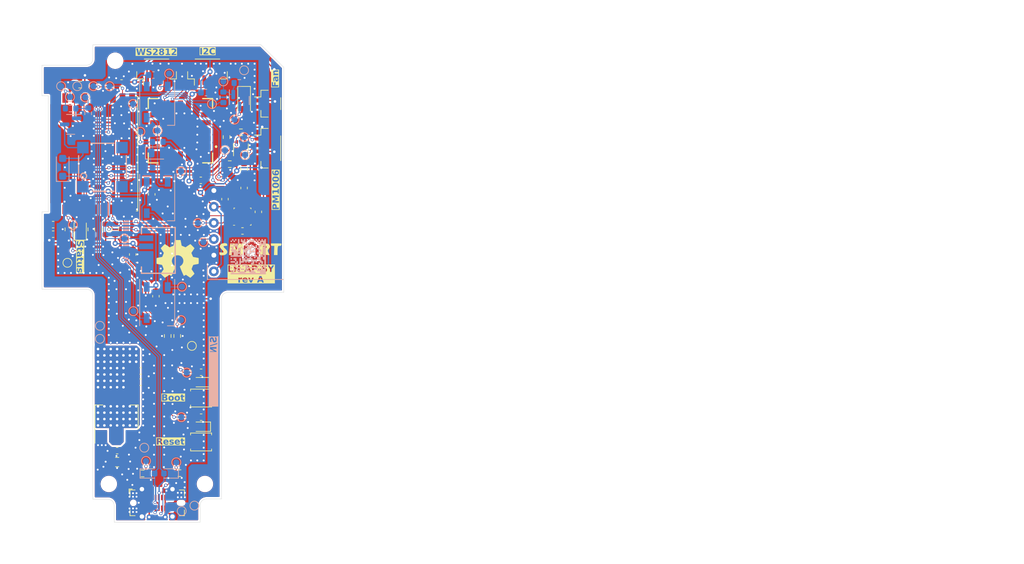
<source format=kicad_pcb>
(kicad_pcb (version 20221018) (generator pcbnew)
  (layers (0 "F.Cu" signal) (31 "B.Cu" signal) (34 "B.Paste" user) (35 "F.Paste" user) (36 "B.SilkS" user "B.Silkscreen") (37 "F.SilkS" user "F.Silkscreen") (38 "B.Mask" user) (39 "F.Mask" user) (44 "Edge.Cuts" user))
  (net 0 "")
  (net 1 "+5V")
  (net 2 "/~{RESET}")
  (net 3 "GND")
  (net 4 "+3.3V")
  (net 5 "/BRIGHT_VAL")
  (net 6 "/BOOT")
  (net 7 "/USB_D+")
  (net 8 "/USB_D-")
  (net 9 "/WS2812_DI")
  (net 10 "/STATUS_LED")
  (net 11 "/FAN")
  (net 12 "/BUZZER")
  (net 13 "/PM_RX")
  (net 14 "/I2C_SDA")
  (net 15 "/I2C_SCL")
  (net 16 "/TX")
  (net 17 "/PM_TX")
  (net 18 "/RX")
  (net 19 "/IR_OUT")
  (net 20 "/TXD0")
  (net 21 "/RXD0")
  (net 24 "/WS2812_1_DO")
  (net 25 "/WS2812_2_DO")
  (net 26 "/WS2812_3_DO")
  (net 27 "/FAN_G")
  (net 28 "/BUZ_G")
  (net 29 "/BUZ_D")
  (net 30 "/FAN_D")
  (net 31 "/~{RST_BTN}")
  (net 32 "/BOOT_BTN")
  (net 33 "/CC1")
  (net 34 "/CC2")
  (net 35 "/STATUS_LED_R")
  (footprint "Diode_SMD:D_0603_1608Metric" (layer "F.Cu") (at 117 103 180)
    (fp_text reference "D102" hide)
    (fp_text value "CG0603MLC-05LE")
  )
  (footprint "Connector_JST:JST_SH_BM04B-SRSS-TB_1x04-1MP_P1.00mm_Vertical" (layer "F.Cu") (at 127.5 66.25 -90)
    (fp_text reference "X106" hide)
    (fp_text value "PM1006")
  )
  (footprint "MountingHole:MountingHole_2.2mm_M2" (layer "F.Cu") (at 103.5 52.5)
    (fp_text reference "REF**" hide)
    (fp_text value "MountingHole_2.2mm_M2" hide)
  )
  (footprint "Capacitor_SMD:C_0603_1608Metric" (layer "F.Cu") (at 117 101.45)
    (fp_text reference "C118" hide)
    (fp_text value "1n")
  )
  (footprint "Resistor_SMD:R_0603_1608Metric" (layer "F.Cu") (at 111.75 95.75 -90)
    (fp_text reference "R117" hide)
    (fp_text value "100R")
  )
  (footprint "Capacitor_SMD:C_0603_1608Metric" (layer "F.Cu") (at 116.95 71.3)
    (fp_text reference "C102" hide)
    (fp_text value "100n")
  )
  (footprint "Capacitor_SMD:C_0603_1608Metric" (layer "F.Cu") (at 120.75 74.25 90)
    (fp_text reference "C116" hide)
    (fp_text value "100n")
  )
  (footprint "Resistor_SMD:R_0603_1608Metric" (layer "F.Cu") (at 123.25 63.75 180)
    (fp_text reference "R113" hide)
    (fp_text value "10k")
  )
  (footprint "PCM_kikit:Tab" (layer "F.Cu") (at 109.75 125.25 90)
    (fp_text reference "REF**" hide)
    (fp_text value "Tab")
  )
  (footprint "PCM_kikit:Tab" (layer "F.Cu") (at 91.75 85.25)
    (fp_text reference "REF**" hide)
    (fp_text value "Tab")
  )
  (footprint "Capacitor_SMD:C_0603_1608Metric" (layer "F.Cu") (at 123.75 72.5 -90)
    (fp_text reference "C117" hide)
    (fp_text value "100n")
  )
  (footprint "Resistor_SMD:R_0603_1608Metric" (layer "F.Cu") (at 99.75 79 -90)
    (fp_text reference "R115" hide)
    (fp_text value "470R")
  )
  (footprint "Capacitor_SMD:C_0805_2012Metric" (layer "F.Cu") (at 103.81 115.558)
    (fp_text reference "C105" hide)
    (fp_text value "22u")
  )
  (footprint "Resistor_SMD:R_0603_1608Metric" (layer "F.Cu") (at 121 64.5 90)
    (fp_text reference "R112" hide)
    (fp_text value "10k")
  )
  (footprint "logo:logo" (layer "F.Cu") (at 124.75 82.25)
    (fp_text reference "G***" hide)
    (fp_text value "LOGO" hide)
  )
  (footprint "Connector_JST:JST_SH_BM04B-SRSS-TB_1x04-1MP_P1.00mm_Vertical" (layer "F.Cu") (at 110 54.25)
    (fp_text reference "X102" hide)
    (fp_text value "WS2812")
  )
  (footprint "Resistor_SMD:R_0603_1608Metric" (layer "F.Cu") (at 121.5 68.75)
    (fp_text reference "R107" hide)
    (fp_text value "10k")
  )
  (footprint "footprint:SCD40DR2" (layer "F.Cu") (at 113.75 63.5 180)
    (fp_text reference "S104" hide)
    (fp_text value "SCD40" hide)
  )
  (footprint "Resistor_SMD:R_0603_1608Metric" (layer "F.Cu") (at 96.15 79 -90)
    (fp_text reference "R101" hide)
    (fp_text value "10k")
  )
  (footprint "Package_TO_SOT_SMD:SOT-223-3_TabPin2" (layer "F.Cu") (at 103.7084 108.5 90)
    (fp_text reference "S101" hide)
    (fp_text value "TLV76133DCYR")
  )
  (footprint "PCM_kikit:Tab" (layer "F.Cu") (at 130.25 55.5 180)
    (fp_text reference "REF**" hide)
    (fp_text value "Tab")
  )
  (footprint "LED_SMD:LED_0805_2012Metric" (layer "F.Cu") (at 98 79 90)
    (fp_text reference "D110" hide)
    (fp_text value "blue")
  )
  (footprint "MountingHole:MountingHole_2.2mm_M2" (layer "F.Cu") (at 102.5 119)
    (fp_text reference "REF**" hide)
    (fp_text value "MountingHole_2.2mm_M2" hide)
  )
  (footprint "Capacitor_SMD:C_0603_1608Metric" (layer "F.Cu") (at 126 76.25 90)
    (fp_text reference "C120" hide)
    (fp_text value "100n")
  )
  (footprint "Resistor_SMD:R_0603_1608Metric" (layer "F.Cu") (at 102 79 -90)
    (fp_text reference "R111" hide)
    (fp_text value "1.2k")
  )
  (footprint "Capacitor_SMD:C_0603_1608Metric" (layer "F.Cu") (at 109.9 89.5 -90)
    (fp_text reference "C103" hide)
    (fp_text value "100n")
  )
  (footprint "PCM_Espressif:ESP32-C3-WROOM-02" (layer "F.Cu") (at 100.05 67.11 90)
    (fp_text reference "S102" hide)
    (fp_text value "ESP32-C3-WROOM-02")
  )
  (footprint "Capacitor_SMD:C_0603_1608Metric" (layer "F.Cu") (at 106.25 82.95 -90)
    (fp_text reference "C113" hide)
    (fp_text value "100n")
  )
  (footprint "Package_TO_SOT_SMD:SOT-363_SC-70-6" (layer "F.Cu") (at 123.25 66.25 90)
    (fp_text reference "TN101" hide)
    (fp_text value "FDG1024NZ")
  )
  (footprint "Diode_SMD:D_SOD-123F" (layer "F.Cu") (at 123.75 58.75 -90)
    (fp_text reference "D109" hide)
    (fp_text value "NRVS1MFL")
  )
  (footprint "MountingHole:MountingHole_2.2mm_M2" (layer "F.Cu") (at 117.6 119)
    (fp_text reference "REF**" hide)
    (fp_text value "MountingHole_2.2mm_M2" hide)
  )
  (footprint "Resistor_SMD:R_0603_1608Metric" (layer "F.Cu") (at 98 56.25)
    (fp_text reference "R118" hide)
    (fp_text value "10k")
  )
  (footprint "Connector_USB:USB_C_Receptacle_GCT_USB4115-03-C" (layer "F.Cu") (at 110.1 121.965)
    (fp_text reference "X101" hide)
    (fp_text value "USB_C" hide)
  )
  (footprint "Resistor_SMD:R_0603_1608Metric" (layer "F.Cu") (at 113.25 95.75 -90)
    (fp_text reference "R116" hide)
    (fp_text value "100R")
  )
  (footprint "PCM_kikit:Tab" (layer "F.Cu") (at 130.25 85.25 180)
    (fp_text reference "REF**" hide)
    (fp_text value "Tab")
  )
  (footprint "Package_LGA:Bosch_LGA-8_2.5x2.5mm_P0.65mm_ClockwisePinNumbering" (layer "F.Cu") (at 123.5 77 90)
    (fp_text reference "S106" hide)
    (fp_text value "BME280")
  )
  (footprint "TestPoint:TestPoint_Pad_D1.0mm" (layer "F.Cu") (at 96 84.25)
    (fp_text reference "P113")
    (fp_text value "TestPoint_Small" hide)
  )
  (footprint "Capacitor_SMD:C_0603_1608Metric" (layer "F.Cu") (at 107.5 101.25 180)
    (fp_text reference "C108" hide)
    (fp_text value "22u")
  )
  (footprint "Resistor_SMD:R_0603_1608Metric" (layer "F.Cu") (at 107.8 117.35)
    (fp_text reference "R103" hide)
    (fp_text value "5.1k")
  )
  (footprint "Capacitor_SMD:C_0603_1608Metric" (layer "F.Cu") (at 104.5 56 180)
    (fp_text reference "C110" hide)
    (fp_text value "100n")
  )
  (footprint "Capacitor_SMD:C_0603_1608Metric" (layer "F.Cu") (at 117 108.5)
    (fp_text reference "C101" hide)
    (fp_text value "1n")
  )
  (footprint "Button_Switch_SMD:SW_SPST_B3U-1000P" (layer "F.Cu") (at 117 112.4 180)
    (fp_text reference "SW101" hide)
    (fp_text value "reset")
  )
  (footprint "Resistor_SMD:R_0603_1608Metric" (layer "F.Cu") (at 123.75 69.5 -90)
    (fp_text reference "R114" hide)
    (fp_text value "10k")
  )
  (footprint "Capacitor_SMD:C_0603_1608Metric" (layer "F.Cu") (at 123.5 79.25 180)
    (fp_text reference "C119" hide)
    (fp_text value "100n")
  )
  (footprint "TestPoint:TestPoint_Pad_D1.0mm" (layer "F.Cu") (at 115.55 97.3)
    (fp_text reference "P114")
    (fp_text value "TestPoint_Small" hide)
  )
  (footprint "Connector_JST:JST_SH_BM04B-SRSS-TB_1x04-1MP_P1.00mm_Vertical" (layer "F.Cu") (at 118 54.25)
    (fp_text reference "X107" hide)
    (fp_text value "I2C")
  )
  (footprint "Resistor_SMD:R_0603_1608Metric" (layer "F.Cu") (at 113.6 117.3 180)
    (fp_text reference "R102" hide)
    (fp_text value "5.1k")
  )
  (footprint "Symbol:OSHW-Symbol_6.7x6mm_SilkScreen" (layer "F.Cu") (at 113.3 83.65)
    (fp_text reference "REF**" hide)
    (fp_text value "OSHW-Symbol_6.7x6mm_SilkScreen" hide)
  )
  (footprint "Connector_JST:JST_SH_BM02B-SRSS-TB_1x02-1MP_P1.00mm_Vertical" (layer "F.Cu") (at 127.5 59.25 -90)
    (fp_text reference "X105" hide)
    (fp_text value "Fan")
  )
  (footprint "Capacitor_SMD:C_0603_1608Metric" (layer "F.Cu") (at 103.81 113.758)
    (fp_text reference "C106" hide)
    (fp_text value "100n")
  )
  (footprint "Button_Switch_SMD:SW_SPST_B3U-1000P" (layer "F.Cu") (at 117 105.5 180)
    (fp_text reference "SW102" hide)
    (fp_text value "boot")
  )
  (footprint "PCM_kikit:Tab" (layer "F.Cu") (at 109.75 49.75 -90)
    (fp_text reference "REF**" hide)
    (fp_text value "Tab")
  )
  (footprint "Capacitor_SMD:C_0603_1608Metric" (layer "F.Cu") (at 93.75 79.75)
    (fp_text reference "C112" hide)
    (fp_text value "2.2u")
  )
  (footprint "Capacitor_SMD:C_0603_1608Metric" (layer "F.Cu") (at 93.75 78.25)
    (fp_text reference "C111" hide)
    (fp_text value "100n")
  )
  (footprint "Resistor_SMD:R_0603_1608Metric" (layer "F.Cu") (at 103.5 79 -90)
    (fp_text reference "R110" hide)
    (fp_text value "1.2k")
  )
  (footprint "Capacitor_SMD:C_0603_1608Metric" (layer "F.Cu") (at 109.25 73.5 -90)
    (fp_text reference "C104" hide)
    (fp_text value "100n")
  )
  (footprint "PCM_kikit:Tab" (layer "F.Cu") (at 91.75 55.5)
    (fp_text reference "REF**" hide)
    (fp_text value "Tab")
  )
  (footprint "Diode_SMD:D_0603_1608Metric" (layer "F.Cu") (at 117 110 180)
    (fp_text reference "D101" hide)
    (fp_text value "CG0603MLC-05LE")
  )
  (footprint "Capacitor_SMD:C_0603_1608Metric" (layer "F.Cu") (at 107.5 103 180)
    (fp_text reference "C109" hide)
    (fp_text value "100n")
  )
  (footprint "LOGO" (layer "F.Cu") (at 124.75 82.25)
    (fp_text reference "G***" hide)
    (fp_text value "LOGO" hide)
  )
  (footprint "LOGO" (layer "B.Cu") (at 124.4 83.3 180)
    (fp_text reference "G***" hide)
    (fp_text value "LOGO" hide)
  )
  (footprint "TestPoint:TestPoint_Pad_D1.0mm" (layer "B.Cu") (at 102.62 56.5)
    (fp_text reference "P118" hide)
    (fp_text value "TestPoint_Small" hide)
  )
  (footprint "Capacitor_SMD:C_0603_1608Metric" (layer "B.Cu") (at 109.5 54.75)
    (fp_text reference "C107" hide)
    (fp_text value "100n")
  )
  (footprint "TestPoint:TestPoint_Pad_D1.0mm" (layer "B.Cu") (at 101.1 94.15 180)
    (fp_text reference "P135" hide)
    (fp_text value "TestPoint_Small" hide)
  )
  (footprint "TestPoint:TestPoint_Pad_D1.0mm" (layer "B.Cu") (at 100.08 56.5)
    (fp_text reference "P119" hide)
    (fp_text value "TestPoint_Small" hide)
  )
  (footprint "footprint:TSOP36238TT" (layer "B.Cu") (at 108.375 82.3 90)
    (fp_text reference "S103" hide)
    (fp_text value "TSOP36238TT" hide)
  )
  (footprint "TestPoint:TestPoint_Pad_D1.0mm" (layer "B.Cu") (at 107.45 63.65 180)
    (fp_text reference "P121" hide)
    (fp_text value "TestPoint_Small" hide)
  )
  (footprint "Capacitor_SMD:C_0603_1608Metric" (layer "B.Cu") (at 117.75 57.5)
    (fp_text reference "C114" hide)
    (fp_text value "100n")
  )
  (footprint "Resistor_SMD:R_0603_1608Metric" (layer "B.Cu") (at 120.5 58.25 90)
    (fp_text reference "R105" hide)
    (fp_text value "10R")
  )
  (footprint "TestPoint:TestPoint_Pad_D1.0mm" (layer "B.Cu") (at 113.1 115.6 180)
    (fp_text reference "P105" hide)
    (fp_text value "TestPoint_Small" hide)
  )
  (footprint "TestPoint:TestPoint_Pad_D1.0mm" (layer "B.Cu") (at 115.95 122.4 180)
    (fp_text reference "P110" hide)
    (fp_text value "TestPoint_Small" hide)
  )
  (footprint "TestPoint:TestPoint_Pad_D1.0mm" (layer "B.Cu") (at 123.75 54 180)
    (fp_text reference "P115" hide)
    (fp_text value "TestPoint_Small" hide)
  )
  (footprint "Resistor_SMD:R_0603_1608Metric" (layer "B.Cu") (at 110.2 65.25)
    (fp_text reference "R104" hide)
    (fp_text value "47k")
  )
  (footprint "TestPoint:TestPoint_Pad_D1.0mm" (layer "B.Cu") (at 120.5 55.75 180)
    (fp_text reference "P129" hide)
    (fp_text value "TestPoint_Small" hide)
  )
  (footprint "TestPoint:TestPoint_Pad_D1.0mm" (layer "B.Cu") (at 96.85 78.3 180)
    (fp_text reference "P106" hide)
    (fp_text value "TestPoint_Small" hide)
  )
  (footprint "TestPoint:TestPoint_Pad_D1.0mm" (layer "B.Cu") (at 111.975 54.525 180)
    (fp_text reference "P112" hide)
    (fp_text value "TestPoint_Small" hide)
  )
  (footprint "TestPoint:TestPoint_Pad_D1.0mm" (layer "B.Cu") (at 95 56.5)
    (fp_text reference "P136" hide)
    (fp_text value "TestPoint_Small" hide)
  )
  (footprint "TestPoint:TestPoint_Pad_D1.0mm" (layer "B.Cu") (at 122.25 61.75 180)
    (fp_text reference "P130" hide)
    (fp_text value "TestPoint_Small" hide)
  )
  (footprint "TestPoint:TestPoint_Pad_D1.0mm" (layer "B.Cu") (at 96.4 58.2 180)
    (fp_text reference "P109" hide)
    (fp_text value "TestPoint_Small" hide)
  )
  (footprint "Diode_SMD:D_0603_1608Metric" (layer "B.Cu") (at 111.95 117.35 180)
    (fp_text reference "D104" hide)
    (fp_text value "CG0603MLC-05LE")
  )
  (footprint "Resistor_SMD:R_0603_1608Metric" (layer "B.Cu") (at 99.25 60.75 90)
    (fp_text reference "R108" hide)
    (fp_text value "10k")
  )
  (footprint "TestPoint:TestPoint_Pad_D1.0mm" (layer "B.Cu") (at 97.54 56.5)
    (fp_text reference "P137" hide)
    (fp_text value "TestPoint_Small" hide)
  )
  (footprint "TestPoint:TestPoint_Pad_D1.0mm" (layer "B.Cu") (at 113.85 69.875 180)
    (fp_text reference "P122" hide)
    (fp_text value "TestPoint_Small" hide)
  )
  (footprint "TestPoint:TestPoint_Pad_D1.0mm" (layer "B.Cu") (at 120.75 66.575 180)
    (fp_text reference "P117" hide)
    (fp_text value "TestPoint_Small" hide)
  )
  (footprint "TestPoint:TestPoint_Pad_D1.0mm" (layer "B.Cu") (at 110.15 63.475 180)
    (fp_text reference "P107" hide)
    (fp_text value "TestPoint_Small" hide)
  )
  (footprint "Resistor_SMD:R_0603_1608Metric" (layer "B.Cu") (at 96.5 60)
    (fp_text reference "R106" hide)
    (fp_text value "10R")
  )
  (footprint "TestPoint:TestPoint_Pad_D1.0mm" (layer "B.Cu") (at 123.75 64.5 180)
    (fp_text reference "P128" hide)
    (fp_text value "TestPoint_Small" hide)
  )
  (footprint "LOGO" (layer "B.Cu") (at 124.4 83.3 180)
    (fp_text reference "G***" hide)
    (fp_text value "LOGO" hide)
  )
  (footprint "Package_TO_SOT_SMD:SOT-23" (layer "B.Cu") (at 123 58.75 -90)
    (fp_text reference "T102" hide)
    (fp_text value "BSS138")
  )
  (footprint "TestPoint:TestPoint_Pad_D1.0mm" (layer "B.Cu") (at 114.75 101.5 180)
    (fp_text reference "P102" hide)
    (fp_text value "TestPoint_Small" hide)
  )
  (footprint "TestPoint:TestPoint_Pad_D1.0mm" (layer "B.Cu") (at 108.34 115.39 180)
    (fp_text reference "P104" hide)
    (fp_text value "TestPoint_Small" hide)
  )
  (footprint "TestPoint:TestPoint_Pad_D1.0mm" (layer "B.Cu") (at 113.95 123.25 180)
    (fp_text reference "P134" hide)
    (fp_text value "TestPoint_Small" hide)
  )
  (footprint "footprint:module_bme280" (layer "B.Cu") (at 124.08 73.154)
    (fp_text reference "S105" hide)
    (fp_text value "BME280")
  )
  (footprint "LED_SMD:LED_0805_2012Metric_Pad1.15x1.40mm_HandSolder" (layer "B.Cu") (at 110.125 67)
    (fp_text reference "PD101" hide)
    (fp_text value "SFH 3716")
  )
  (footprint "TestPoint:TestPoint_Pad_D1.0mm" (layer "B.Cu") (at 106.3 59.3 180)
    (fp_text reference "P127" hide)
    (fp_text value "TestPoint_Small" hide)
  )
  (footprint "TestPoint:TestPoint_Pad_D1.0mm" (layer "B.Cu") (at 98.8 58.25 180)
    (fp_text reference "P132" hide)
    (fp_text value "TestPoint_Small" hide)
  )
  (footprint "Diode_SMD:D_SOD-123F" (layer "B.Cu") (at 95.25 69.25 90)
    (fp_text reference "D108" hide)
    (fp_text value "NRVS1MFL")
  )
  (footprint "Package_TO_SOT_SMD:SOT-23" (layer "B.Cu") (at 96.5 62.5 180)
    (fp_text reference "T101" hide)
    (fp_text value "BSS138")
  )
  (footprint "footprint:CMT752580SMTTR" (layer "B.Cu") (at 101.5 69.25)
    (fp_text reference "BZ101" hide)
    (fp_text value "Buzzer" hide)
  )
  (footprint "LED_SMD:LED_WS2812B_PLCC4_5.0x5.0mm_P3.2mm" (layer "B.Cu") (at 110.1 90.5 -90)
    (fp_text reference "D105" hide)
    (fp_text value "WS2812B")
  )
  (footprint "TestPoint:TestPoint_Pad_D1.0mm" (layer "B.Cu") (at 106.35 91.85 180)
    (fp_text reference "P120" hide)
    (fp_text value "TestPoint_Small" hide)
  )
  (footprint "LED_SMD:LED_WS2812B_PLCC4_5.0x5.0mm_P3.2mm" (layer "B.Cu") (at 110.1 74 -90)
    (fp_text reference "D106" hide)
    (fp_text value "WS2812B")
  )
  (footprint "TestPoint:TestPoint_Pad_D1.0mm" (layer "B.Cu") (at 114 88 180)
    (fp_text reference "P103" hide)
    (fp_text value "TestPoint_Small" hide)
  )
  (footprint "TestPoint:TestPoint_Pad_D1.0mm" (layer "B.Cu") (at 113.9 108.5 180)
    (fp_text reference "P101" hide)
    (fp_text value "TestPoint_Small" hide)
  )
  (footprint "LED_SMD:LED_WS2812B_PLCC4_5.0x5.0mm_P3.2mm" (layer "B.Cu") (at 110.1 59 -90)
    (fp_text reference "D107" hide)
    (fp_text value "WS2812B")
  )
  (footprint "TestPoint:TestPoint_Pad_D1.0mm" (layer "B.Cu") (at 108.075 113.3 180)
    (fp_text reference "P111" hide)
    (fp_text value "TestPoint_Small" hide)
  )
  (footprint "TestPoint:TestPoint_Pad_D1.0mm" (layer "B.Cu") (at 118.7 59.3 180)
    (fp_text reference "P108" hide)
    (fp_text value "TestPoint_Small" hide)
  )
  (footprint "TestPoint:TestPoint_Pad_D1.0mm" (layer "B.Cu") (at 101.1 96.2 180)
    (fp_text reference "P116" hide)
    (fp_text value "TestPoint_Small" hide)
  )
  (footprint "TestPoint:TestPoint_Pad_D1.0mm" (layer "B.Cu") (at 117.35 81 180)
    (fp_text reference "P124" hide)
    (fp_text value "TestPoint_Small" hide)
  )
  (footprint "TestPoint:TestPoint_Pad_D1.0mm" (layer "B.Cu") (at 104.95 80.45 180)
    (fp_text reference "P123" hide)
    (fp_text value "TestPoint_Small" hide)
  )
  (footprint "TestPoint:TestPoint_Pad_D1.0mm" (layer "B.Cu") (at 123.9 67.3 180)
    (fp_text reference "P131" hide)
    (fp_text value "TestPoint_Small" hide)
  )
  (footprint "Diode_SMD:D_0603_1608Metric" (layer "B.Cu") (at 108.9 117.35)
    (fp_text reference "D103" hide)
    (fp_text value "CG0603MLC-05LE")
  )
  (footprint "Resistor_SMD:R_0603_1608Metric" (layer "B.Cu") (at 123 56 180)
    (fp_text reference "R109" hide)
    (fp_text value "10k")
  )
  (footprint "TestPoint:TestPoint_Pad_D1.0mm" (layer "B.Cu") (at 116.5 78 180)
    (fp_text reference "P125" hide)
    (fp_text value "TestPoint_Small" hide)
  )
  (footprint "Capacitor_SMD:C_0603_1608Metric" (layer "B.Cu") (at 110.15 69.3)
    (fp_text reference "C115" hide)
    (fp_text value "100n")
  )
  (footprint "TestPoint:TestPoint_Pad_D1.0mm" (layer "B.Cu") (at 113.85 93.25 180)
    (fp_text reference "P126" hide)
    (fp_text value "TestPoint_Small" hide)
  )
  (gr_rect (start 118.2 95.75) (end 118.3 98.25) (fill solid) (layer "B.SilkS"))
  (gr_rect (start 118.2 98.25) (end 119.7 106.85) (fill solid) (layer "B.SilkS"))
  (gr_rect (start 119.6 95.75) (end 119.7 98.25) (fill solid) (layer "B.SilkS"))
  (gr_line (start 99 53.2) (end 92 53.2) (stroke (width 0.05)) (layer "Edge.Cuts"))
  (gr_line (start 103.34 122.4) (end 103.34 125) (stroke (width 0.05)) (layer "Edge.Cuts"))
  (gr_line (start 120.2 89.9) (end 120.2 121.35) (stroke (width 0.05)) (layer "Edge.Cuts"))
  (gr_line (start 99 88.4) (end 92 88.4) (stroke (width 0.05)) (layer "Edge.Cuts"))
  (gr_line (start 100 121.4) (end 102.34 121.4) (stroke (width 0.05)) (layer "Edge.Cuts"))
  (gr_line (start 116.84 125) (end 116.84 122.35) (stroke (width 0.05)) (layer "Edge.Cuts"))
  (gr_arc (start 100 52.2) (mid 99.707107 52.907107) (end 99 53.2) (stroke (width 0.05)) (layer "Edge.Cuts"))
  (gr_line (start 100 50) (end 126.4 50) (stroke (width 0.05)) (layer "Edge.Cuts"))
  (gr_line (start 126.4 50) (end 130 53.55) (stroke (width 0.05)) (layer "Edge.Cuts"))
  (gr_line (start 92 76.25) (end 92 88.4) (stroke (width 0.05)) (layer "Edge.Cuts"))
  (gr_line (start 93 58) (end 92 58) (stroke (width 0.05)) (layer "Edge.Cuts"))
  (gr_line (start 100 50) (end 100 52.2) (stroke (width 0.05)) (layer "Edge.Cuts"))
  (gr_line (start 93 76.25) (end 92 76.25) (stroke (width 0.05)) (layer "Edge.Cuts"))
  (gr_arc (start 102.34 121.4) (mid 103.047106 121.692893) (end 103.34 122.4) (stroke (width 0.05)) (layer "Edge.Cuts"))
  (gr_line (start 130 88.9) (end 121.2 88.9) (stroke (width 0.05)) (layer "Edge.Cuts"))
  (gr_line (start 117.84 121.35) (end 120.2 121.35) (stroke (width 0.05)) (layer "Edge.Cuts"))
  (gr_arc (start 116.84 122.35) (mid 117.132893 121.642894) (end 117.84 121.35) (stroke (width 0.05)) (layer "Edge.Cuts"))
  (gr_arc (start 99 88.4) (mid 99.707107 88.692893) (end 100 89.4) (stroke (width 0.05)) (layer "Edge.Cuts"))
  (gr_arc (start 120.2 89.9) (mid 120.492893 89.192894) (end 121.2 88.9) (stroke (width 0.05)) (layer "Edge.Cuts"))
  (gr_line (start 93 58) (end 93 76.25) (stroke (width 0.05)) (layer "Edge.Cuts"))
  (gr_line (start 103.34 125) (end 116.84 125) (stroke (width 0.05)) (layer "Edge.Cuts"))
  (gr_line (start 100 89.4) (end 100 121.4) (stroke (width 0.05)) (layer "Edge.Cuts"))
  (gr_line (start 92 53.2) (end 92 58) (stroke (width 0.05)) (layer "Edge.Cuts"))
  (gr_line (start 130 53.55) (end 130 88.9) (stroke (width 0.05)) (layer "Edge.Cuts"))
  (gr_text "S/N" (at 119 95.85 90) (layer "B.SilkS" knockout) (effects (font (size 1 1) (thickness 0.25) bold) (justify left mirror)))
  (gr_text "Fan" (at 128.7 55.3 90) (layer "F.SilkS" knockout) (effects (font (size 1 1))))
  (gr_text "Status" (at 97.9 80.75 270) (layer "F.SilkS" knockout) (effects (font (size 1 1)) (justify left)))
  (gr_text "I2C" (at 118 51.1) (layer "F.SilkS" knockout) (effects (font (size 1 1))))
  (gr_text "WS2812" (at 110 51.2) (layer "F.SilkS" knockout) (effects (font (size 1 1))))
  (gr_text "PM1006" (at 128.8 72.8 90) (layer "F.SilkS" knockout) (effects (font (size 1 1))))
  (gr_text locked "LH-AP-SY\nrev A" (at 124.8 86.1) (layer "F.SilkS" knockout) (effects (font (size 1 1) (thickness 0.16))))
  (segment (start 106.0084 112.9416) (end 106.0084 111.65) (width 0.2) (layer "F.Cu") (net 1))
  (segment (start 109.9 88.825) (end 109.9 87.8) (width 0.2) (layer "F.Cu") (net 1))
  (segment (start 123.75 58.75) (end 122.45 60.05) (width 0.2) (layer "F.Cu") (net 1))
  (segment (start 111.35 122.8) (end 111.35 124.2005) (width 0.2) (layer "F.Cu") (net 1))
  (segment (start 125.15 58.75) (end 123.75 57.35) (width 0.2) (layer "F.Cu") (net 1))
  (segment (start 104.585 113.758) (end 104.76 113.933) (width 0.2) (layer "F.Cu") (net 1))
  (segment (start 105.325 55.85) (end 106.55 55.85) (width 0.2) (layer "F.Cu") (net 1))
  (segment (start 123.75 57.35) (end 123.75 58.75) (width 0.2) (layer "F.Cu") (net 1))
  (segment (start 124.575 70.325) (end 123.75 70.325) (width 0.2) (layer "F.Cu") (net 1))
  (segment (start 125.35 66.75) (end 125.1125 66.9875) (width 0.2) (layer "F.Cu") (net 1))
  (segment (start 107.99 118.75) (end 106.693352 118.75) (width 0.2) (layer "F.Cu") (net 1))
  (segment (start 110.975 89.9) (end 109.9 88.825) (width 0.2) (layer "F.Cu") (net 1))
  (segment (start 99.675 73.1) (end 102.306108 73.1) (width 0.2) (layer "F.Cu") (net 1))
  (segment (start 126.175 66.75) (end 128.45 66.75) (width 0.2) (layer "F.Cu") (net 1))
  (segment (start 126.175 58.75) (end 125.15 58.75) (width 0.2) (layer "F.Cu") (net 1))
  (segment (start 108.846313 124.20057) (end 108.846313 122.803687) (width 0.2) (layer "F.Cu") (net 1))
  (segment (start 128.5 53.85) (end 126.45 51.8) (width 0.2) (layer "F.Cu") (net 1))
  (segment (start 109.55 51.8) (end 108.5 52.85) (width 0.2) (layer "F.Cu") (net 1))
  (segment (start 102.306108 73.1) (end 102.394108 73.012) (width 0.2) (layer "F.Cu") (net 1))
  (segment (start 108.3 55.425) (end 108.5 55.625) (width 0.2) (layer "F.Cu") (net 1))
  (segment (start 125.1125 66.990318) (end 124.73 67.372818) (width 0.2) (layer "F.Cu") (net 1))
  (segment (start 108.846313 122.803687) (end 108.85 122.8) (width 0.2) (layer "F.Cu") (net 1))
  (segment (start 105.192 113.758) (end 106.0084 112.9416) (width 0.2) (layer "F.Cu") (net 1))
  (segment (start 126.175 66.75) (end 125.35 66.75) (width 0.2) (layer "F.Cu") (net 1))
  (segment (start 122.45 61.4) (end 121 62.85) (width 0.2) (layer "F.Cu") (net 1))
  (segment (start 128.45 66.75) (end 128.5 66.8) (width 0.2) (layer "F.Cu") (net 1))
  (segment (start 104.76 113.933) (end 104.76 115.558) (width 0.2) (layer "F.Cu") (net 1))
  (segment (start 121 62.85) (end 121 63.65) (width 0.2) (layer "F.Cu") (net 1))
  (segment (start 123.75 71.725) (end 123.75 70.325) (width 0.2) (layer "F.Cu") (net 1))
  (segment (start 125.1125 66.9875) (end 125.1125 66.990318) (width 0.2) (layer "F.Cu") (net 1))
  (segment (start 108.85 119.61) (end 107.99 118.75) (width 0.2) (layer "F.Cu") (net 1))
  (segment (start 109.25 72.725) (end 108.214189 72.725) (width 0.2) (layer "F.Cu") (net 1))
  (segment (start 108.5 52.85) (end 108.5 55.625) (width 0.2) (layer "F.Cu") (net 1))
  (segment (start 126.175 58.75) (end 128.45 58.75) (width 0.2) (layer "F.Cu") (net 1))
  (segment (start 108.275 55.85) (end 108.5 55.625) (width 0.2) (layer "F.Cu") (net 1))
  (segment (start 106.693352 118.75) (end 104.76 116.816648) (width 0.2) (layer "F.Cu") (net 1))
  (segment (start 122.45 60.05) (end 122.45 61.4) (width 0.2) (layer "F.Cu") (net 1))
  (segment (start 124.73 67.372818) (end 124.73 70.17) (width 0.2) (layer "F.Cu") (net 1))
  (segment (start 108.85 122.8) (end 108.85 121.13) (width 0.2) (layer "F.Cu") (net 1))
  (segment (start 128.45 58.75) (end 128.6 58.9) (width 0.2) (layer "F.Cu") (net 1))
  (segment (start 106.55 55.85) (end 108.275 55.85) (width 0.2) (layer "F.Cu") (net 1))
  (segment (start 108.85 121.13) (end 108.85 119.61) (width 0.2) (layer "F.Cu") (net 1))
  (segment (start 111.35 121.13) (end 111.35 122.8) (width 0.2) (layer "F.Cu") (net 1))
  (segment (start 126.45 51.8) (end 109.55 51.8) (width 0.2) (layer "F.Cu") (net 1))
  (segment (start 104.76 116.816648) (end 104.76 115.558) (width 0.2) (layer "F.Cu") (net 1))
  (segment (start 105 115.798) (end 104.76 115.558) (width 0.2) (layer "F.Cu") (net 1))
  (segment (start 118.5 89.9) (end 110.975 89.9) (width 0.2) (layer "F.Cu") (net 1))
  (segment (start 108.214189 72.725) (end 108.1255 72.813689) (width 0.2) (layer "F.Cu") (net 1))
  (segment (start 124.73 70.17) (end 124.575 70.325) (width 0.2) (layer "F.Cu") (net 1))
  (segment (start 104.585 113.758) (end 105.192 113.758) (width 0.2) (layer "F.Cu") (net 1))
  (via (at 108.1255 72.813689) (size 0.8) (drill 0.4) (layers "F.Cu" "B.Cu") (net 1))
  (via (at 128.5 53.85) (size 0.8) (drill 0.4) (layers "F.Cu" "B.Cu") (net 1))
  (via (at 102.394108 73.012) (size 0.8) (drill 0.4) (layers "F.Cu" "B.Cu") (net 1))
  (via (at 109.9 87.8) (size 0.8) (drill 0.4) (layers "F.Cu" "B.Cu") (net 1))
  (via (at 118.5 89.9) (size 0.8) (drill 0.4) (layers "F.Cu" "B.Cu") (net 1))
  (via (at 106.55 55.85) (size 0.8) (drill 0.4) (layers "F.Cu" "B.Cu") (net 1))
  (via (at 128.6 58.9) (size 0.8) (drill 0.4) (layers "F.Cu" "B.Cu") (net 1))
  (via (at 108.846313 124.20057) (size 0.8) (drill 0.4) (layers "F.Cu" "B.Cu") (net 1))
  (via (at 111.35 124.2005) (size 0.8) (drill 0.4) (layers "F.Cu" "B.Cu") (net 1))
  (via (at 128.5 66.8) (size 0.8) (drill 0.4) (layers "F.Cu" "B.Cu") (net 1))
  (via (at 99.675 73.1) (size 0.8) (drill 0.4) (layers "F.Cu" "B.Cu") (net 1))
  (segment (start 95.25 70.65) (end 97.85 70.65) (width 0.2) (layer "B.Cu") (net 1))
  (segment (start 103.03 73.58) (end 107.359189 73.58) (width 0.2) (layer "B.Cu") (net 1))
  (segment (start 107.625 54.775) (end 106.55 55.85) (width 0.2) (layer "B.Cu") (net 1))
  (segment (start 109.9 79.7) (end 109.9 87.8) (width 0.2) (layer "B.Cu") (net 1))
  (segment (start 108.45 54.775) (end 107.625 54.775) (width 0.2) (layer "B.Cu") (net 1))
  (segment (start 109.65 88.05) (end 109.9 87.8) (width 0.2) (layer "B.Cu") (net 1))
  (segment (start 107.7 77.5) (end 109.9 79.7) (width 0.2) (layer "B.Cu") (net 1))
  (segment (start 108.45 54.775) (end 108.45 56.55) (width 0.2) (layer "B.Cu") (net 1))
  (segment (start 102.394108 73.012) (end 102.462 73.012) (width 0.2) (layer "B.Cu") (net 1))
  (segment (start 108.1255 75.0245) (end 107.7 75.45) (width 0.2) (layer "B.Cu") (net 1))
  (segment (start 108.1255 72.813689) (end 108.1255 75.0245) (width 0.2) (layer "B.Cu") (net 1))
  (segment (start 99.225 73.1) (end 98.425 72.3) (width 0.2) (layer "B.Cu") (net 1))
  (segment (start 108.45 71.55) (end 108.45 72.489189) (width 0.2) (layer "B.Cu") (net 1))
  (segment (start 108.45 88.05) (end 109.65 88.05) (width 0.2) (layer "B.Cu") (net 1))
  (segment (start 98.425 71.225) (end 98.425 72.3) (width 0.2) (layer "B.Cu") (net 1))
  (segment (start 99.675 73.1) (end 99.225 73.1) (width 0.2) (layer "B.Cu") (net 1))
  (segment (start 97.85 70.65) (end 98.425 71.225) (width 0.2) (layer "B.Cu") (net 1))
  (segment (start 108.846383 124.2005) (end 108.846313 124.20057) (width 0.2) (layer "B.Cu") (net 1))
  (segment (start 107.359189 73.58) (end 108.1255 72.813689) (width 0.2) (layer "B.Cu") (net 1))
  (segment (start 108.45 72.489189) (end 108.1255 72.813689) (width 0.2) (layer "B.Cu") (net 1))
  (segment (start 102.462 73.012) (end 103.03 73.58) (width 0.2) (layer "B.Cu") (net 1))
  (segment (start 111.35 124.2005) (end 108.846383 124.2005) (width 0.2) (layer "B.Cu") (net 1))
  (segment (start 107.7 75.45) (end 107.7 77.5) (width 0.2) (layer "B.Cu") (net 1))
  (segment (start 101.8 82.35) (end 107.8 88.35) (width 0.127) (layer "F.Cu") (net 2))
  (segment (start 95.6 75.71) (end 95.6 76.65) (width 0.127) (layer "F.Cu") (net 2))
  (segment (start 109.1095 92.7595) (end 111.1095 92.7595) (width 0.127) (layer "F.Cu") (net 2))
  (segment (start 111.1095 92.7595) (end 111.75 93.4) (width 0.127) (layer "F.Cu") (net 2))
  (segment (start 96.85 82.35) (end 101.8 82.35) (width 0.127) (layer "F.Cu") (net 2))
  (segment (start 111.75 93.4) (end 111.75 94.925) (width 0.127) (layer "F.Cu") (net 2))
  (segment (start 107.8 91.45) (end 109.1095 92.7595) (width 0.127) (layer "F.Cu") (net 2))
  (segment (start 95.6 76.65) (end 96.15 77.2) (width 0.127) (layer "F.Cu") (net 2))
  (segment (start 96.15 78.05) (end 96.15 77.2) (width 0.127) (layer "F.Cu") (net 2))
  (segment (start 107.8 88.35) (end 107.8 91.45) (width 0.127) (layer "F.Cu") (net 2))
  (via (at 96.15 77.2) (size 0.5) (drill 0.3) (layers "F.Cu" "B.Cu") (net 2))
  (via (at 96.85 82.35) (size 0.5) (drill 0.3) (layers "F.Cu" "B.Cu") (net 2))
  (segment (start 96.85 82.35) (end 96.85 77.6) (width 0.127) (layer "B.Cu") (net 2))
  (segment (start 96.85 77.6) (end 96.45 77.2) (width 0.127) (layer "B.Cu") (net 2))
  (segment (start 96.45 77.2) (end 96.15 77.2) (width 0.127) (layer "B.Cu") (net 2))
  (segment (start 100.6 78.925) (end 100.1 78.925) (width 0.127) (layer "F.Cu") (net 3))
  (segment (start 119.88 68.75) (end 119.88 68.512208) (width 0.127) (layer "F.Cu") (net 3))
  (segment (start 102.6 71.05) (end 103.1 71.55) (width 0.127) (layer "F.Cu") (net 3))
  (segment (start 123 61.7) (end 123.4 61.7) (width 0.127) (layer "F.Cu") (net 3))
  (segment (start 119.817038 70.1) (end 120.35 70.1) (width 0.127) (layer "F.Cu") (net 3))
  (segment (start 103.015 72.16) (end 103.1 72.16) (width 0.127) (layer "F.Cu") (net 3))
  (segment (start 105.3625 85.3125) (end 103.94 83.89) (width 0.127) (layer "F.Cu") (net 3))
  (segment (start 115.8045 69.93) (end 118.7 69.93) (width 0.127) (layer "F.Cu") (net 3))
  (segment (start 102.3 73.675) (end 102.1 73.875) (width 0.127) (layer "F.Cu") (net 3))
  (segment (start 125.05 64.05) (end 124.475 64.625) (width 0.127) (layer "F.Cu") (net 3))
  (segment (start 107.74 78.6) (end 107.325 78.6) (width 0.127) (layer "F.Cu") (net 3))
  (segment (start 124.475 65.615) (end 124.64 65.78) (width 0.127) (layer "F.Cu") (net 3))
  (segment (start 97.45 77.08) (end 97.37 77) (width 0.127) (layer "F.Cu") (net 3))
  (segment (start 96.94 77.59) (end 97.45 77.08) (width 0.127) (layer "F.Cu") (net 3))
  (segment (start 112.475 97.95) (end 112.5 97.925) (width 0.127) (layer "F.Cu") (net 3))
  (segment (start 107.7 124.115) (end 107.615 124.2) (width 0.5) (layer "F.Cu") (net 3))
  (segment (start 102.802 115.5) (end 102.86 115.558) (width 0.2) (layer "F.Cu") (net 3))
  (segment (start 112.45 93.25) (end 112.45 92.95) (width 0.127) (layer "F.Cu") (net 3))
  (segment (start 102.4 74.85) (end 102.4 77.45) (width 0.127) (layer "F.Cu") (net 3))
  (segment (start 112.49 102.379998) (end 112.45 102.339998) (width 0.127) (layer "F.Cu") (net 3))
  (segment (start 119.6 71.25) (end 119.3 70.95) (width 0.127) (layer "F.Cu") (net 3))
  (segment (start 109.1875 74.2875) (end 109.2 74.275) (width 0.2) (layer "F.Cu") (net 3))
  (segment (start 118.7 69.93) (end 119.88 68.75) (width 0.127) (layer "F.Cu") (net 3))
  (segment (start 105.7125 85.3125) (end 105.3625 85.3125) (width 0.127) (layer "F.Cu") (net 3))
  (segment (start 97.315 78.925) (end 96.94 78.55) (width 0.127) (layer "F.Cu") (net 3))
  (segment (start 102.3 113.8) (end 102.993 113.8) (width 0.2) (layer "F.Cu") (net 3))
  (segment (start 120.392208 68) (end 120.65 68) (width 0.127) (layer "F.Cu") (net 3))
  (segment (start 102.675 69.9) (end 103.275 69.9) (width 0.127) (layer "F.Cu") (net 3))
  (segment (start 119.3 70.617038) (end 119.817038 70.1) (width 0.127) (layer "F.Cu") (net 3))
  (segment (start 101.675 72.275) (end 102.9 72.275) (width 0.127) (layer "F.Cu") (net 3))
  (segment (start 100.675 80.45) (end 100.675 79) (width 0.127) (layer "F.Cu") (net 3))
  (segment (start 101.675 71.05) (end 102.6 71.05) (width 0.127) (layer "F.Cu") (net 3))
  (segment (start 102.25 74.7) (end 102.4 74.85) (width 0.127) (layer "F.Cu") (net 3))
  (segment (start 115.01 57.09) (end 114.85 57.25) (width 0.127) (layer "F.Cu") (net 3))
  (segment (start 102.35 73.675) (end 102.3 73.675) (width 0.127) (layer "F.Cu") (net 3))
  (segment (start 109.33 92.36) (end 108.3 91.33) (width 0.127) (layer "F.Cu") (net 3))
  (segment (start 105.2 77.1) (end 105.086502 76.986502) (width 0.127) (layer "F.Cu") (net 3))
  (segment (start 120.65 68) (end 121.95 66.7) (width 0.127) (layer "F.Cu") (net 3))
  (segment (start 123.75 73.275) (end 123.75 73.075) (width 0.127) (layer "F.Cu") (net 3))
  (segment (start 108.2006 103.3) (end 108.1918 103.2912) (width 0.2) (layer "F.Cu") (net 3))
  (segment (start 100.91 77.04) (end 101.07 77.2) (width 0.127) (layer "F.Cu") (net 3))
  (segment (start 121.7 64.525) (end 121.7385 64.4865) (width 0.127) (layer "F.Cu") (net 3))
  (segment (start 102.6655 77.7155) (end 102.6655 78.373292) (width 0.127) (layer "F.Cu") (net 3))
  (segment (start 103.23 74.307038) (end 102.597962 73.675) (width 0.127) (layer "F.Cu") (net 3))
  (segment (start 121.7385 64.4865) (end 121.7385 62.9615) (width 0.127) (layer "F.Cu") (net 3))
  (segment (start 102 115.5) (end 102.802 115.5) (width 0.2) (layer "F.Cu") (net 3))
  (segment (start 124.475 64.625) (end 124.475 65.615) (width 0.127) (layer "F.Cu") (net 3))
  (segment (start 105.2 84.8) (end 105.2 77.1) (width 0.127) (layer "F.Cu") (net 3))
  (segment (start 125.05 63.85) (end 125.05 64.05) (width 0.127) (layer "F.Cu") (net 3))
  (segment (start 97.45 77.08) (end 97.61 77.08) (width 0.127) (layer "F.Cu") (net 3))
  (segment (start 101.75 74.7) (end 101.03 74.7) (width 0.127) (layer "F.Cu") (net 3))
  (segment (start 119.3 70.95) (end 119.3 70.617038) (width 0.127) (layer "F.Cu") (net 3))
  (segment (start 104.4 78.825) (end 104.4 78.4) (width 0.127) (layer "F.Cu") (net 3))
  (segment (start 123.82 66.53) (end 122.12 66.53) (width 0.127) (layer "F.Cu") (net 3))
  (segment (start 103.292208 79) (end 104.225 79) (width 0.127) (layer "F.Cu") (net 3))
  (segment (start 112.45 102.339998) (end 112.45 100.37) (width 0.127) (layer "F.Cu") (net 3))
  (segment (start 103.2 63.46) (end 102.94 63.2) (width 0.127) (layer "F.Cu") (net 3))
  (segment (start 103.375 70) (end 103.375 71.275) (width 0.127) (layer "F.Cu") (net 3))
  (segment (start 99.875 73.875) (end 99.65 74.1) (width 0.127) (layer "F.Cu") (net 3))
  (segment (start 106.05 77.075) (end 106.15 76.975) (width 0.127) (layer "F.Cu") (net 3))
  (segment (start 106.05 78.175) (end 106.05 77.075) (width 0.127) (layer "F.Cu") (net 3))
  (segment (start 101.75 74.7) (end 102.25 74.7) (width 0.127) (layer "F.Cu") (net 3))
  (segment (start 100.91 74.82) (end 100.91 77.04) (width 0.127) (layer "F.Cu") (net 3))
  (segment (start 109.275 74.35) (end 109.2 74.275) (width 0.2) (layer "F.Cu") (net 3))
  (segment (start 121.85 62.85) (end 123 61.7) (width 0.127) (layer "F.Cu") (net 3))
  (segment (start 101.5 70) (end 102.575 70) (width 0.127) (layer "F.Cu") (net 3))
  (segment (start 106.25 78.375) (end 106.05 78.175) (width 0.127) (layer "F.Cu") (net 3))
  (segment (start 112.45 97.975) (end 112.45 100.37) (width 0.127) (layer "F.Cu") (net 3))
  (segment (start 112.475 93.275) (end 112.45 93.25) (width 0.127) (layer "F.Cu") (net 3))
  (segment (start 105.8 85.55) (end 105.8 85.4) (width 0.127) (layer "F.Cu") (net 3))
  (segment (start 104.225 79) (end 104.4 78.825) (width 0.127) (layer "F.Cu") (net 3))
  (segment (start 119.4 56.7) (end 119.01 57.09) (width 0.127) (layer "F.Cu") (net 3))
  (segment (start 100.675 79) (end 100.6 78.925) (width 0.127) (layer "F.Cu") (net 3))
  (segment (start 116.225 67.675) (end 116.3 67.6) (width 0.2) (layer "F.Cu") (net 3))
  (segment (start 103.275 69.9) (end 103.375 70) (width 0.127) (layer "F.Cu") (net 3))
  (segment (start 103.1 71.55) (end 103.1 72.16) (width 0.127) (layer "F.Cu") (net 3))
  (segment (start 105.95 85.55) (end 105.8 85.55) (width 0.127) (layer "F.Cu") (net 3))
  (segment (start 108.3 91.1) (end 108.3 89.4) (width 0.127) (layer "F.Cu") (net 3))
  (segment (start 102.4 77.45) (end 102.6655 77.7155) (width 0.127) (layer "F.Cu") (net 3))
  (segment (start 122.75 72.075) (end 122.75 71.25) (width 0.127) (layer "F.Cu") (net 3))
  (segment (start 101.57 72.17) (end 101.675 72.275) (width 0.127) (layer "F.Cu") (net 3))
  (segment (start 97.9 76.79) (end 97.9 74.4) (width 0.127) (layer "F.Cu") (net 3))
  (segment (start 120.45 71.25) (end 120.4 71.25) (width 0.127) (layer "F.Cu") (net 3))
  (segment (start 112.45 92.95) (end 111.86 92.36) (width 0.127) (layer "F.Cu") (net 3))
  (segment (start 107.15 78.425) (end 106.725 78.425) (width 0.127) (layer "F.Cu") (net 3))
  (segment (start 96.94 78.55) (end 96.94 77.59) (width 0.127) (layer "F.Cu") (net 3))
  (segment (start 112.5 93.3) (end 112.475 93.275) (width 0.127) (layer "F.Cu") (net 3))
  (segment (start 121.7385 62.9615) (end 121.85 62.85) (width 0.127) (layer "F.Cu") (net 3))
  (segment (start 105.086502 76.986502) (end 104.857124 76.986502) (width 0.127) (layer "F.Cu") (net 3))
  (segment (start 103.375 71.275) (end 103.1 71.55) (width 0.127) (layer "F.Cu") (net 3))
  (segment (start 96.4 73.8) (end 96.48 73.72) (width 0.127) (layer "F.Cu") (net 3))
  (segment (start 99.1 80.6005) (end 100.5245 80.6005) (width 0.127) (layer "F.Cu") (net 3))
  (segment (start 100.1 78.925) (end 97.315 78.925) (width 0.127) (layer "F.Cu") (net 3))
  (segment (start 119.01 57.09) (end 115.01 57.09) (width 0.127) (layer "F.Cu") (net 3))
  (segment (start 100.5245 80.6005) (end 100.675 80.45) (width 0.127) (layer "F.Cu") (net 3))
  (segment (start 108.3 87.9) (end 107 86.6) (width 0.127) (layer "F.Cu") (net 3))
  (segment (start 103.2 64) (end 103.2 63.46) (width 0.127) (layer "F.Cu") (net 3))
  (segment (start 97.37 77) (end 96.75 77) (width 0.127) (layer "F.Cu") (net 3))
  (segment (start 108.3 91.33) (end 108.3 91.1) (width 0.127) (layer "F.Cu") (net 3))
  (segment (start 103.23 74.55) (end 103.23 74.307038) (width 0.127) (layer "F.Cu") (net 3))
  (segment (start 102.1 73.875) (end 99.875 73.875) (width 0.127) (layer "F.Cu") (net 3))
  (segment (start 102.6655 78.373292) (end 103.292208 79) (width 0.127) (layer "F.Cu") (net 3))
  (segment (start 103.94 83.89) (end 103.94 83.49) (width 0.127) (layer "F.Cu") (net 3))
  (segment (start 120.4 71.25) (end 119.6 71.25) (width 0.127) (layer "F.Cu") (net 3))
  (segment (start 111.86 92.36) (end 109.33 92.36) (width 0.127) (layer "F.Cu") (net 3))
  (segment (start 102.9 72.275) (end 103.015 72.16) (width 0.127) (layer "F.Cu") (net 3))
  (segment (start 122.12 66.53) (end 121.95 66.7) (width 0.127) (layer "F.Cu") (net 3))
  (segment (start 102.993 113.8) (end 103.035 113.758) (width 0.2) (layer "F.Cu") (net 3))
  (segment (start 106.675 78.375) (end 106.25 78.375) (width 0.127) (layer "F.Cu") (net 3))
  (segment (start 112.475 97.95) (end 112.45 97.975) (width 0.127) (layer "F.Cu") (net 3))
  (segment (start 101.03 74.7) (end 100.91 74.82) (width 0.127) (layer "F.Cu") (net 3))
  (segment (start 102.94 63.2) (end 101.5 63.2) (width 0.127) (layer "F.Cu") (net 3))
  (segment (start 102.597962 73.675) (end 102.35 73.675) (width 0.127) (layer "F.Cu") (net 3))
  (segment (start 112.5 97.925) (end 112.5 93.3) (width 0.127) (layer "F.Cu") (net 3))
  (segment (start 106.725 78.425) (end 106.675 78.375) (width 0.127) (layer "F.Cu") (net 3))
  (segment (start 114.85 57.25) (end 113.9 58.2) (width 0.127) (layer "F.Cu") (net 3))
  (segment (start 119.88 68.512208) (end 120.392208 68) (width 0.127) (layer "F.Cu") (net 3))
  (segment (start 105.8 85.4) (end 105.2 84.8) (width 0.127) (layer "F.Cu") (net 3))
  (segment (start 123.75 73.075) (end 122.75 72.075) (width 0.127) (layer "F.Cu") (net 3))
  (segment (start 96.4 76.65) (end 96.4 73.8) (width 0.127) (layer "F.Cu") (net 3))
  (segment (start 107 86.6) (end 105.95 85.55) (width 0.127) (layer "F.Cu") (net 3))
  (segment (start 101.07 77.2) (end 101.55 77.2) (width 0.127) (layer "F.Cu") (net 3))
  (segment (start 107.325 78.6) (end 107.15 78.425) (width 0.127) (layer "F.Cu") (net 3))
  (segment (start 115.7495 69.875) (end 115.8045 69.93) (width 0.127) (layer "F.Cu") (net 3))
  (segment (start 108.3 89.4) (end 108.3 87.9) (width 0.127) (layer "F.Cu") (net 3))
  (segment (start 97.61 77.08) (end 97.9 76.79) (width 0.127) (layer "F.Cu") (net 3))
  (segment (start 124 66.35) (end 123.82 66.53) (width 0.127) (layer "F.Cu") (net 3))
  (segment (start 102.575 70) (end 102.675 69.9) (width 0.127) (layer "F.Cu") (net 3))
  (segment (start 96.75 77) (end 96.4 76.65) (width 0.127) (layer "F.Cu") (net 3))
  (via (at 110.85 95.75) (size 0.5) (drill 0.3) (layers "F.Cu" "B.Cu") (net 3))
  (via (at 114.37 66.2) (size 0.5) (drill 0.3) (layers "F.Cu" "B.Cu") (net 3))
  (via (at 111.79 91.33) (size 0.5) (drill 0.3) (layers "F.Cu" "B.Cu") (net 3))
  (via (at 101.6 81.7) (size 0.5) (drill 0.3) (layers "F.Cu" "B.Cu") (net 3))
  (via (at 114.44 120.39) (size 0.5) (drill 0.3) (layers "F.Cu" "B.Cu") (net 3))
  (via (at 117.25 74.6) (size 0.5) (drill 0.3) (layers "F.Cu" "B.Cu") (net 3))
  (via (at 109.2 85.6) (size 0.5) (drill 0.3) (layers "F.Cu" "B.Cu") (net 3))
  (via (at 104.6 117.5) (size 0.5) (drill 0.3) (layers "F.Cu" "B.Cu") (net 3))
  (via (at 104.9 62.35) (size 0.5) (drill 0.3) (layers "F.Cu" "B.Cu") (net 3))
  (via (at 95.25 78.975) (size 0.5) (drill 0.3) (layers "F.Cu" "B.Cu") (net 3))
  (via (at 116.95 67.6) (size 0.5) (drill 0.3) (layers "F.Cu" "B.Cu") (net 3))
  (via (at 110.65 85.15) (size 0.5) (drill 0.3) (layers "F.Cu" "B.Cu") (net 3))
  (via (at 100.1 81.7) (size 0.5) (drill 0.3) (layers "F.Cu" "B.Cu") (net 3))
  (via (at 114.31 113.58) (size 0.5) (drill 0.3) (layers "F.Cu" "B.Cu") (net 3))
  (via (at 125.3 62.25) (size 0.5) (drill 0.3) (layers "F.Cu" "B.Cu") (net 3))
  (via (at 119 52.975) (size 0.5) (drill 0.3) (layers "F.Cu" "B.Cu") (net 3))
  (via (at 94.55 85.85) (size 0.5) (drill 0.3) (layers "F.Cu" "B.Cu") (net 3))
  (via (at 104.51 67.64) (size 0.5) (drill 0.3) (layers "F.Cu" "B.Cu") (net 3))
  (via (at 124.4 52.975) (size 0.5) (drill 0.3) (layers "F.Cu" "B.Cu") (net 3))
  (via (at 107 82.925) (size 0.5) (drill 0.3) (layers "F.Cu" "B.Cu") (net 3))
  (via (at 105.75 121) (size 0.5) (drill 0.3) (layers "F.Cu" "B.Cu") (net 3))
  (via (at 105.74 87.14) (size 0.5) (drill 0.3) (layers "F.Cu" "B.Cu") (net 3))
  (via (at 107.4 74.4) (size 0.5) (drill 0.3) (layers "F.Cu" "B.Cu") (net 3))
  (via (at 116.27 66.42) (size 0.5) (drill 0.3) (layers "F.Cu" "B.Cu") (net 3))
  (via (at 100.2 62.2) (size 0.5) (drill 0.3) (layers "F.Cu" "B.Cu") (net 3))
  (via (at 123.4 61.7) (size 0.5) (drill 0.3) (layers "F.Cu" "B.Cu") (net 3))
  (via (at 106.925 62.5) (size 0.5) (drill 0.3) (layers "F.Cu" "B.Cu") (net 3))
  (via (at 99.65 74.1) (size 0.5) (drill 0.3) (layers "F.Cu" "B.Cu") (net 3))
  (via (at 125.16 57.76) (size 0.5) (drill 0.3) (layers "F.Cu" "B.Cu") (net 3))
  (via (at 108.475 68.375) (size 0.5) (drill 0.3) (layers "F.Cu" "B.Cu") (net 3))
  (via (at 112.51 106.44) (size 0.5) (drill 0.3) (layers "F.Cu" "B.Cu") (net 3))
  (via (at 107.1 96.8) (size 0.5) (drill 0.3) (layers "F.Cu" "B.Cu") (net 3))
  (via (at 98.45 64.32) (size 0.5) (drill 0.3) (layers "F.Cu" "B.Cu") (net 3))
  (via (at 117.35 85.45) (size 0.5) (drill 0.3) (layers "F.Cu" "B.Cu") (net 3))
  (via (at 101.57 72.17) (size 0.5) (drill 0.3) (layers "F.Cu" "B.Cu") (net 3))
  (via (at 99.25 67.9) (size 0.5) (drill 0.3) (layers "F.Cu" "B.Cu") (net 3))
  (via (at 125.4 54.9) (size 0.5) (drill 0.3) (layers "F.Cu" "B.Cu") (net 3))
  (via (at 109.6 101.6) (size 0.5) (drill 0.3) (layers "F.Cu" "B.Cu") (net 3))
  (via (at 96.46 71.37) (size 0.5) (drill 0.3) (layers "F.Cu" "B.Cu") (net 3))
  (via (at 112.72 109.4) (size 0.5) (drill 0.3) (layers "F.Cu" "B.Cu") (net 3))
  (via (at 107.9 104.7) (size 0.5) (drill 0.3) (layers "F.Cu" "B.Cu") (net 3))
  (via (at 103.15 68.6) (size 0.5) (drill 0.3) (layers "F.Cu" "B.Cu") (net 3))
  (via (at 105.4 118.35) (size 0.5) (drill 0.3) (layers "F.Cu" "B.Cu") (net 3))
  (via (at 102.5 88.6) (size 0.5) (drill 0.3) (layers "F.Cu" "B.Cu") (net 3))
  (via (at 111.2 100.4) (size 0.5) (drill 0.3) (layers "F.Cu" "B.Cu") (net 3))
  (via (at 112.64 89.23) (size 0.5) (drill 0.3) (layers "F.Cu" "B.Cu") (net 3))
  (via (at 108.85 58.375) (size 0.5) (drill 0.3) (layers "F.Cu" "B.Cu") (net 3))
  (via (at 106.82 93.3) (size 0.5) (drill 0.3) (layers "F.Cu" "B.Cu") (net 3))
  (via (at 111.2 106.4) (size 0.5) (drill 0.3) (layers "F.Cu" "B.Cu") (net 3))
  (via (at 115.7495 69.875) (size 0.5) (drill 0.3) (layers "F.Cu" "B.Cu") (net 3))
  (via (at 117.4 112.3) (size 0.5) (drill 0.3) (layers "F.Cu" "B.Cu") (net 3))
  (via (at 113.89 120.39) (size 0.5) (drill 0.3) (layers "F.Cu" "B.Cu") (net 3))
  (via (at 109.6 112.875) (size 0.5) (drill 0.3) (layers "F.Cu" "B.Cu") (net 3))
  (via (at 107.9 106.8) (size 0.5) (drill 0.3) (layers "F.Cu" "B.Cu") (net 3))
  (via (at 113.9 100) (size 0.5) (drill 0.3) (layers "F.Cu" "B.Cu") (net 3))
  (via (at 110.375 72.8) (size 0.5) (drill 0.3) (layers "F.Cu" "B.Cu") (net 3))
  (via (at 113.95 118.05) (size 0.5) (drill 0.3) (layers "F.Cu" "B.Cu") (net 3))
  (via (at 117.4 91.3) (size 0.5) (drill 0.3) (layers "F.Cu" "B.Cu") (net 3))
  (via (at 107.9 105.7) (size 0.5) (drill 0.3) (layers "F.Cu" "B.Cu") (net 3))
  (via (at 109.6 116.35) (size 0.5) (drill 0.3) (layers "F.Cu" "B.Cu") (net 3))
  (via (at 116.9 72.225) (size 0.5) (drill 0.3) (layers "F.Cu" "B.Cu") (net 3))
  (via (at 103.45 62.325) (size 0.5) (drill 0.3) (layers "F.Cu" "B.Cu") (net 3))
  (via (at 116.4 90.58) (size 0.5) (drill 0.3) (layers "F.Cu" "B.Cu") (net 3))
  (via (at 114.6 116) (size 0.5) (drill 0.3) (layers "F.Cu" "B.Cu") (net 3))
  (via (at 109.5 56.7) (size 0.5) (drill 0.3) (layers "F.Cu" "B.Cu") (net 3))
  (via (at 104.857124 76.986502) (size 0.5) (drill 0.3) (layers "F.Cu" "B.Cu") (net 3))
  (via (at 103.1 72.16) (size 0.5) (drill 0.3) (layers "F.Cu" "B.Cu") (net 3))
  (via (at 101.5 70) (size 0.5) (drill 0.3) (layers "F.Cu" "B.Cu") (net 3))
  (via (at 115.55 60.8) (size 0.5) (drill 0.3) (layers "F.Cu" "B.Cu") (net 3))
  (via (at 117.4 111.3) (size 0.5) (drill 0.3) (layers "F.Cu" "B.Cu") (net 3))
  (via (at 104.5 74.51) (size 0.5) (drill 0.3) (layers "F.Cu" "B.Cu") (net 3))
  (via (at 120.4 71.25) (size 0.5) (drill 0.3) (layers "F.Cu" "B.Cu") (net 3))
  (via (at 103.7 114.6) (size 0.5) (drill 0.3) (layers "F.Cu" "B.Cu") (net 3))
  (via (at 118.03 84.52) (size 0.5) (drill 0.3) (layers "F.Cu" "B.Cu") (net 3))
  (via (at 117.8 52.975) (size 0.5) (drill 0.3) (layers "F.Cu" "B.Cu") (net 3))
  (via (at 114.56 78.59) (size 0.5) (drill 0.3) (layers "F.Cu" "B.Cu") (net 3))
  (via (at 107.2 58.4) (size 0.5) (drill 0.3) (layers "F.Cu" "B.Cu") (net 3))
  (via (at 121.65 52.975) (size 0.5) (drill 0.3) (layers "F.Cu" "B.Cu") (net 3))
  (via (at 98.13 60.69) (size 0.5) (drill 0.3) (layers "F.Cu" "B.Cu") (net 3))
  (via (at 112.45 100.37) (size 0.5) (drill 0.3) (layers "F.Cu" "B.Cu") (net 3))
  (via (at 125.05 63.85) (size 0.5) (drill 0.3) (layers "F.Cu" "B.Cu") (net 3))
  (via (at 113.6 89.22) (size 0.5) (drill 0.3) (layers "F.Cu" "B.Cu") (net 3))
  (via (at 104.3 85.8) (size 0.5) (drill 0.3) (layers "F.Cu" "B.Cu") (net 3))
  (via (at 111.85 118.075) (size 0.5) (drill 0.3) (layers "F.Cu" "B.Cu") (net 3))
  (via (at 111.2 104.4) (size 0.5) (drill 0.3) (layers "F.Cu" "B.Cu") (net 3))
  (via (at 117.4 94.3) (size 0.5) (drill 0.3) (layers "F.Cu" "B.Cu") (net 3))
  (via (at 94.55 84.85) (size 0.5) (drill 0.3) (layers "F.Cu" "B.Cu") (net 3))
  (via (at 110.04 78.6) (size 0.5) (drill 0.3) (layers "F.Cu" "B.Cu") (net 3))
  (via (at 111.2 111.4) (size 0.5) (drill 0.3) (layers "F.Cu" "B.Cu") (net 3))
  (via (at 113.34 120.39) (size 0.5) (drill 0.3) (layers "F.Cu" "B.Cu") (net 3))
  (via (at 99.79 65.66) (size 0.5) (drill 0.3) (layers "F.Cu" "B.Cu") (net 3))
  (via (at 97.45 77.08) (size 0.5) (drill 0.3) (layers "F.Cu" "B.Cu") (net 3))
  (via (at 107.3 112.1) (size 0.5) (drill 0.3) (layers "F.Cu" "B.Cu") (net 3))
  (via (at 101.5 63.2) (size 0.5) (drill 0.3) (layers "F.Cu" "B.Cu") (net 3))
  (via (at 119.5 58.5) (size 0.5) (drill 0.3) (layers "F.Cu" "B.Cu") (net 3))
  (via (at 94.55 81.7) (size 0.5) (drill 0.3) (layers "F.Cu" "B.Cu") (net 3))
  (via (at 106.85 120.45) (size 0.5) (drill 0.3) (layers "F.Cu" "B.Cu") (net 3))
  (via (at 97.55 85.85) (size 0.5) (drill 0.3) (layers "F.Cu" "B.Cu") (net 3))
  (via (at 117.4 86.3) (size 0.5) (drill 0.3) (layers "F.Cu" "B.Cu") (net 3))
  (via (at 102.55 55.13) (size 0.5) (drill 0.3) (layers "F.Cu" "B.Cu") (net 3))
  (via (at 106.975 67.275) (size 0.5) (drill 0.3) (layers "F.Cu" "B.Cu") (net 3))
  (via (at 102.3 113.8) (size 0.5) (drill 0.3) (layers "F.Cu" "B.Cu") (net 3))
  (via (at 103.94 83.49) (size 0.5) (drill 0.3) (layers "F.Cu" "B.Cu") (net 3))
  (via (at 108.425 65.85) (size 0.5) (drill 0.3) (layers "F.Cu" "B.Cu") (net 3))
  (via (at 105.2 88.4) (size 0.5) (drill 0.3) (layers "F.Cu" "B.Cu") (net 3))
  (via (at 115.55 100.525) (size 0.5) (drill 0.3) (layers "F.Cu" "B.Cu") (net 3))
  (via (at 117.4 114.3) (size 0.5) (drill 0.3) (layers "F.Cu" "B.Cu") (net 3))
  (via (at 109.6 100.4) (size 0.5) (drill 0.3) (layers "F.Cu" "B.Cu") (net 3))
  (via (at 100.14 64.3) (size 0.5) (drill 0.3) (layers "F.Cu" "B.Cu") (net 3))
  (via (at 113.81 79.86) (size 0.5) (drill 0.3) (layers "F.Cu" "B.Cu") (net 3))
  (via (at 102.5 86.6) (size 0.5) (drill 0.3) (layers "F.Cu" "B.Cu") (net 3))
  (via (at 103.05 84.5) (size 0.5) (drill 0.3) (layers "F.Cu" "B.Cu") (net 3))
  (via (at 114.44 121.09) (size 0.5) (drill 0.3) (layers "F.Cu" "B.Cu") (net 3))
  (via (at 116.95 52.975) (size 0.5) (drill 0.3) (layers "F.Cu" "B.Cu") (net 3))
  (via (at 117.4 97.3) (size 0.5) (drill 0.3) (layers "F.Cu" "B.Cu") (net 3))
  (via (at 103.2 64) (size 0.5) (drill 0.3) (layers "F.Cu" "B.Cu") (net 3))
  (via (at 110.375 58.375) (size 0.5) (drill 0.3) (layers "F.Cu" "B.Cu") (net 3))
  (via (at 119.02 60.4) (size 0.5) (drill 0.3) (layers "F.Cu" "B.Cu") (net 3))
  (via (at 119.4 54.55) (size 0.5) (drill 0.3) (layers "F.Cu" "B.Cu") (net 3))
  (via (at 119.5 79.25) (size 0.5) (drill 0.3) (layers "F.Cu" "B.Cu") (net 3))
  (via (at 113.8 114.7) (size 0.5) (drill 0.3) (layers "F.Cu" "B.Cu") (net 3))
  (via (at 107.9 98.8) (size 0.5) (drill 0.3) (layers "F.Cu" "B.Cu") (net 3))
  (via (at 101.65 116.3) (size 0.5) (drill 0.3) (layers "F.Cu" "B.Cu") (net 3))
  (via (at 117.4 106.3) (size 0.5) (drill 0.3) (layers "F.Cu" "B.Cu") (net 3))
  (via (at 108.6 70) (size 0.5) (drill 0.3) (layers "F.Cu" "B.Cu") (net 3))
  (via (at 108.76 102.09) (size 0.5) (drill 0.3) (layers "F.Cu" "B.Cu") (net 3))
  (via (at 117.3 109.25) (size 0.5) (drill 0.3) (layers "F.Cu" "B.Cu") (net 3))
  (via (at 100.8 112.9) (size 0.5) (drill 0.3) (layers "F.Cu" "B.Cu") (net 3))
  (via (at 120.35 70.1) (size 0.5) (drill 0.3) (layers "F.Cu" "B.Cu") (net 3))
  (via (at 105.66 114.39) (size 0.5) (drill 0.3) (layers "F.Cu" "B.Cu") (net 3))
  (via (at 107 84.225) (size 0.5) (drill 0.3) (layers "F.Cu" "B.Cu") (net 3))
  (via (at 109.6 111.4) (size 0.5) (drill 0.3) (layers "F.Cu" "B.Cu") (net 3))
  (via (at 107.9 108.8) (size 0.5) (drill 0.3) (layers "F.Cu" "B.Cu") (net 3))
  (via (at 100.125 63.175) (size 0.5) (drill 0.3) (layers "F.Cu" "B.Cu") (net 3))
  (via (at 118.18 68.65) (size 0.5) (drill 0.3) (layers "F.Cu" "B.Cu") (net 3))
  (via (at 122.95 58.35) (size 0.5) (drill 0.3) (layers "F.Cu" "B.Cu") (net 3))
  (via (at 109.6 109.95) (size 0.5) (drill 0.3) (layers "F.Cu" "B.Cu") (net 3))
  (via (at 107 86.6) (size 0.5) (drill 0.3) (layers "F.Cu" "B.Cu") (net 3))
  (via (at 117.4 88.3) (size 0.5) (drill 0.3) (layers "F.Cu" "B.Cu") (net 3))
  (via (at 106.08 72.84) (size 0.5) (drill 0.3) (layers "F.Cu" "B.Cu") (net 3))
  (via (at 102.5 92.6) (size 0.5) (drill 0.3) (layers "F.Cu" "B.Cu") (net 3))
  (via (at 101.54 68.81) (size 0.5) (drill 0.3) (layers "F.Cu" "B.Cu") (net 3))
  (via (at 102.8 96.8) (size 0.5) (drill 0.3) (layers "F.Cu" "B.Cu") (net 3))
  (via (at 101.5 62.2) (size 0.5) (drill 0.3) (layers "F.Cu" "B.Cu") (net 3))
  (via (at 100.14 68.8) (size 0.5) (drill 0.3) (layers "F.Cu" "B.Cu") (net 3))
  (via (at 125.4 55.9) (size 0.5) (drill 0.3) (layers "F.Cu" "B.Cu") (net 3))
  (via (at 103.8 116.5) (size 0.5) (drill 0.3) (layers "F.Cu" "B.Cu") (net 3))
  (via (at 106.9 56.9) (size 0.5) (drill 0.3) (layers "F.Cu" "B.Cu") (net 3))
  (via (at 108.425 62.775) (size 0.5) (drill 0.3) (layers "F.Cu" "B.Cu") (net 3))
  (via (at 95.6 69.25) (size 0.5) (drill 0.3) (layers "F.Cu" "B.Cu") (net 3))
  (via (at 116.07 80.77) (size 0.5) (drill 0.3) (layers "F.Cu" "B.Cu") (net 3))
  (via (at 111.9 52.975) (size 0.5) (drill 0.3) (layers "F.Cu" "B.Cu") (net 3))
  (via (at 115.32 106.97) (size 0.5) (drill 0.3) (layers "F.Cu" "B.Cu") (net 3))
  (via (at 97.775 68.675) (size 0.5) (drill 0.3) (layers "F.Cu" "B.Cu") (net 3))
  (via (at 112.4 90.58) (size 0.5) (drill 0.3) (layers "F.Cu" "B.Cu") (net 3))
  (via (at 100.2 70) (size 0.5) (drill 0.3) (layers "F.Cu" "B.Cu") (net 3))
  (via (at 103.7 88.4) (size 0.5) (drill 0.3) (layers "F.Cu" "B.Cu") (net 3))
  (via (at 98.8 81.7) (size 0.5) (drill 0.3) (layers "F.Cu" "B.Cu") (net 3))
  (via (at 108.3 95.6) (size 0.5) (drill 0.3) (layers "F.Cu" "B.Cu") (net 3))
  (via (at 114 68.8) (size 0.5) (drill 0.3) (layers "F.Cu" "B.Cu") (net 3))
  (via (at 121.95 66.7) (size 0.5) (drill 0.3) (layers "F.Cu" "B.Cu") (net 3))
  (via (at 108.3 91.1) (size 0.5) (drill 0.3) (layers "F.Cu" "B.Cu") (net 3))
  (via (at 96.48 73.72) (size 0.5) (drill 0.3) (layers "F.Cu" "B.Cu") (net 3))
  (via (at 106.85 123.4) (size 0.5) (drill 0.3) (layers "F.Cu" "B.Cu") (net 3))
  (via (at 116.4 64.125) (size 0.5) (drill 0.3) (layers "F.Cu" "B.Cu") (net 3))
  (via (at 102 115.5) (size 0.5) (drill 0.3) (layers "F.Cu" "B.Cu") (net 3))
  (via (at 114.4 90.58) (size 0.5) (drill 0.3) (layers "F.Cu" "B.Cu") (net 3))
  (via (at 109.525 71.525) (size 0.5) (drill 0.3) (layers "F.Cu" "B.Cu") (net 3))
  (via (at 106.985 68.505) (size 0.5) (drill 0.3) (layers "F.Cu" "B.Cu") (net 3))
  (via (at 96.5 64.34) (size 0.5) (drill 0.3) (layers "F.Cu" "B.Cu") (net 3))
  (via (at 105.7125 85.3125) (size 0.5) (drill 0.3) (layers "F.Cu" "B.Cu") (net 3))
  (via (at 114.79 107.79) (size 0.5) (drill 0.3) (layers "F.Cu" "B.Cu") (net 3))
  (via (at 102.5 91.6) (size 0.5) (drill 0.3) (layers "F.Cu" "B.Cu") (net 3))
  (via (at 108.925 75.075) (size 0.5) (drill 0.3) (layers "F.Cu" "B.Cu") (net 3))
  (via (at 119.4 56.7) (size 0.5) (drill 0.3) (layers "F.Cu" "B.Cu") (net 3))
  (via (at 112.445 82.8) (size 0.5) (drill 0.3) (layers "F.Cu" "B.Cu") (net 3))
  (via (at 111.05 61.625) (size 0.5) (drill 0.3) (layers "F.Cu" "B.Cu") (net 3))
  (via (at 107.525 85.525) (size 0.5) (drill 0.3) (layers "F.Cu" "B.Cu") (net 3))
  (via (at 124.64 65.78) (size 0.5) (drill 0.3) (layers "F.Cu" "B.Cu") (net 3))
  (via (at 103.75 92.25) (size 0.5) (drill 0.3) (layers "F.Cu" "B.Cu") (net 3))
  (via (at 112.43 84.67) (size 0.5) (drill 0.3) (layers "F.Cu" "B.Cu") (net 3))
  (via (at 106.3 117.4) (size 0.5) (drill 0.3) (layers "F.Cu" "B.Cu") (net 3))
  (via (at 125.4 71.3) (size 0.5) (drill 0.3) (layers "F.Cu" "B.Cu") (net 3))
  (via (at 116.4 115.3) (size 0.5) (drill 0.3) (layers "F.Cu" "B.Cu") (net 3))
  (via (at 121.175 58.25) (size 0.5) (drill 0.3) (layers "F.Cu" "B.Cu") (net 3))
  (via (at 115.4 90.58) (size 0.5) (drill 0.3) (layers "F.Cu" "B.Cu") (net 3))
  (via (at 104.475 61.05) (size 0.5) (drill 0.3) (layers "F.Cu" "B.Cu") (net 3))
  (via (at 117.4 99.3) (size 0.5) (drill 0.3) (layers "F.Cu" "B.Cu") (net 3))
  (via (at 106.353512 79.899201) (size 0.5) (drill 0.3) (layers "F.Cu" "B.Cu") (net 3))
  (via (at 119.9 52.975) (size 0.5) (drill 0.3) (layers "F.Cu" "B.Cu") (net 3))
  (via (at 107.005 66.095) (size 0.5) (drill 0.3) (layers "F.Cu" "B.Cu") (net 3))
  (via (at 117.3 54.15) (size 0.5) (drill 0.3) (layers "F.Cu" "B.Cu") (net 3))
  (via (at 116.1 52.975) (size 0.5) (drill 0.3) (layers "F.Cu" "B.Cu") (net 3))
  (via (at 100.05 77.3) (size 0.5) (drill 0.3) (layers "F.Cu" "B.Cu") (net 3))
  (via (at 96.82 83.2) (size 0.5) (drill 0.3) (layers "F.Cu" "B.Cu") (net 3))
  (via (at 117.4 100.3) (size 0.5) (drill 0.3) (layers "F.Cu" "B.Cu") (net 3))
  (via (at 122.75 71.25) (size 0.5) (drill 0.3) (layers "F.Cu" "B.Cu") (net 3))
  (via (at 109.17 86.69) (size 0.5) (drill 0.3) (layers "F.Cu" "B.Cu") (net 3))
  (via (at 116.33 76.91) (size 0.5) (drill 0.3) (layers "F.Cu" "B.Cu") (net 3))
  (via (at 100.75 116.75) (size 0.5) (drill 0.3) (layers "F.Cu" "B.Cu") (net 3))
  (via (at 117.4 95.3) (size 0.5) (drill 0.3) (layers "F.Cu" "B.Cu") (net 3))
  (via (at 103.85 57.12) (size 0.5) (drill 0.3) (layers "F.Cu" "B.Cu") (net 3))
  (via (at 112.225 72.9) (size 0.5) (drill 0.3) (layers "F.Cu" "B.Cu") (net 3))
  (via (at 98.55 85.85) (size 0.5) (drill 0.3) (layers "F.Cu" "B.Cu") (net 3))
  (via (at 98.425 83.025) (size 0.5) (drill 0.3) (layers "F.Cu" "B.Cu") (net 3))
  (via (at 110 97.4) (size 0.5) (drill 0.3) (layers "F.Cu" "B.Cu") (net 3))
  (via (at 117.4 89.22) (size 0.5) (drill 0.3) (layers "F.Cu" "B.Cu") (net 3))
  (via (at 101.55 77.2) (size 0.5) (drill 0.3) (layers "F.Cu" "B.Cu") (net 3))
  (via (at 109.35 52.96) (size 0.5) (drill 0.3) (layers "F.Cu" "B.Cu") (net 3))
  (via (at 117.4 98.3) (size 0.5) (drill 0.3) (layers "F.Cu" "B.Cu") (net 3))
  (via (at 102 112.9) (size 0.5) (drill 0.3) (layers "F.Cu" "B.Cu") (net 3))
  (via (at 107.3 110.9) (size 0.5) (drill 0.3) (layers "F.Cu" "B.Cu") (net 3))
  (via (at 117.4 87.3) (size 0.5) (drill 0.3) (layers "F.Cu" "B.Cu") (net 3))
  (via (at 119.99 62.85) (size 0.5) (drill 0.3) (layers "F.Cu" "B.Cu") (net 3))
  (via (at 99.1 80.6005) (size 0.5) (drill 0.3) (layers "F.Cu" "B.Cu") (net 3))
  (via (at 114.85 57.25) (size 0.5) (drill 0.3) (layers "F.Cu" "B.Cu") (net 3))
  (via (at 110.95 93.62) (size 0.5) (drill 0.3) (layers "F.Cu" "B.Cu") (net 3))
  (via (at 100.55 85.85) (size 0.5) (drill 0.3) (layers "F.Cu" "B.Cu") (net 3))
  (via (at 119.4 84.25) (size 0.5) (drill 0.3) (layers "F.Cu" "B.Cu") (net 3))
  (via (at 113.89 121.09) (size 0.5) (drill 0.3) (layers "F.Cu" "B.Cu") (net 3))
  (via (at 114.075 71.35) (size 0.5) (drill 0.3) (layers "F.Cu" "B.Cu") (net 3))
  (via (at 123.4 52.975) (size 0.5) (drill 0.3) (layers "F.Cu" "B.Cu") (net 3))
  (via (at 114.23 111.23) (size 0.5) (drill 0.3) (layers "F.Cu" "B.Cu") (net 3))
  (via (at 97.53 81.7) (size 0.5) (drill 0.3) (layers "F.Cu" "B.Cu") (net 3))
  (via (at 108.3 89.4) (size 0.5) (drill 0.3) (layers "F.Cu" "B.Cu") (net 3))
  (via (at 112.43 86.57) (size 0.5) (drill 0.3) (layers "F.Cu" "B.Cu") (net 3))
  (via (at 114.95 109.25) (size 0.5) (drill 0.3) (layers "F.Cu" "B.Cu") (net 3))
  (via (at 106.3 123.4) (size 0.5) (drill 0.3) (layers "F.Cu" "B.Cu") (net 3))
  (via (at 111.2 113.25) (size 0.5) (drill 0.3) (layers "F.Cu" "B.Cu") (net 3))
  (via (at 115.12 72.41) (size 0.5) (drill 0.3) (layers "F.Cu" "B.Cu") (net 3))
  (via (at 110.65 86.84) (size 0.5) (drill 0.3) (layers "F.Cu" "B.Cu") (net 3))
  (via (at 117.4 113.3) (size 0.5) (drill 0.3) (layers "F.Cu" "B.Cu") (net 3))
  (via (at 117.4 104.3) (size 0.5) (drill 0.3) (layers "F.Cu" "B.Cu") (net 3))
  (via (at 111.4 90.58) (size 0.5) (drill 0.3) (layers "F.Cu" "B.Cu") (net 3))
  (via (at 105.45 57.075) (size 0.5) (drill 0.3) (layers "F.Cu" "B.Cu") (net 3))
  (via (at 103.12 65.75) (size 0.5) (drill 0.3) (layers "F.Cu" "B.Cu") (net 3))
  (via (at 103.17 67.4) (size 0.5) (drill 0.3) (layers "F.Cu" "B.Cu") (net 3))
  (via (at 125.4 53.9) (size 0.5) (drill 0.3) (layers "F.Cu" "B.Cu") (net 3))
  (via (at 101.54 67.89) (size 0.5) (drill 0.3) (layers "F.Cu" "B.Cu") (net 3))
  (via (at 112.94 107.6) (size 0.5) (drill 0.3) (layers "F.Cu" "B.Cu") (net 3))
  (via (at 116.925 59.575) (size 0.5) (drill 0.3) (layers "F.Cu" "B.Cu") (net 3))
  (via (at 114.41 119.55) (size 0.5) (drill 0.3) (layers "F.Cu" "B.Cu") (net 3))
  (via (at 102.5 93.6) (size 0.5) (drill 0.3) (layers "F.Cu" "B.Cu") (net 3))
  (via (at 117.37 76.59) (size 0.5) (drill 0.3) (layers "F.Cu" "B.Cu") (net 3))
  (via (at 95.57 72.47) (size 0.5) (drill 0.3) (layers "F.Cu" "B.Cu") (net 3))
  (via (at 100.16 67.88) (size 0.5) (drill 0.3) (layers "F.Cu" "B.Cu") (net 3))
  (via (at 97.9 74.4) (size 0.5) (drill 0.3) (layers "F.Cu" "B.Cu") (net 3))
  (via (at 106.3 120.45) (size 0.5) (drill 0.3) (layers "F.Cu" "B.Cu") (net 3))
  (via (at 112.79 71.43) (size 0.5) (drill 0.3) (layers "F.Cu" "B.Cu") (net 3))
  (via (at 101.4 112.9) (size 0.5) (drill 0.3) (layers "F.Cu" "B.Cu") (net 3))
  (via (at 114.89 110.21) (size 0.5) (drill 0.3) (layers "F.Cu" "B.Cu") (net 3))
  (via (at 118.19 67) (size 0.5) (drill 0.3) (layers "F.Cu" "B.Cu") (net 3))
  (via (at 117.63 75.56) (size 0.5) (drill 0.3) (layers "F.Cu" "B.Cu") (net 3))
  (via (at 104.8 69.93) (size 0.5) (drill 0.3) (layers "F.Cu" "B.Cu") (net 3))
  (via (at 115.12 87.92) (size 0.5) (drill 0.3) (layers "F.Cu" "B.Cu") (net 3))
  (via (at 110.05 74.35) (size 0.5) (drill 0.3) (layers "F.Cu" "B.Cu") (net 3))
  (via (at 105.75 120.45) (size 0.5) (drill 0.3) (layers "F.Cu" "B.Cu") (net 3))
  (via (at 107.74 78.6) (size 0.5) (drill 0.3) (layers "F.Cu" "B.Cu") (net 3))
  (via (at 125.4 56.9) (size 0.5) (drill 0.3) (layers "F.Cu" "B.Cu") (net 3))
  (via (at 111.2 98.75) (size 0.5) (drill 0.3) (layers "F.Cu" "B.Cu") (net 3))
  (via (at 108.39 94.26) (size 0.5) (drill 0.3) (layers "F.Cu" "B.Cu") (net 3))
  (via (at 110.65 81.16) (size 0.5) (drill 0.3) (layers "F.Cu" "B.Cu") (net 3))
  (via (at 116.48 79.12) (size 0.5) (drill 0.3) (layers "F.Cu" "B.Cu") (net 3))
  (via (at 115.16 79.89) (size 0.5) (drill 0.3) (layers "F.Cu" "B.Cu") (net 3))
  (via (at 101.5 64.2) (size 0.5) (drill 0.3) (layers "F.Cu" "B.Cu") (net 3))
  (via (at 114.025 54.975) (size 0.5) (drill 0.3) (layers "F.Cu" "B.Cu") (net 3))
  (via (at 105.6865 63.2) (size 0.5) (drill 0.3) (layers "F.Cu" "B.Cu") (net 3))
  (via (at 107.275 71.25) (size 0.5) (drill 0.3) (layers "F.Cu" "B.Cu") (net 3))
  (via (at 123.825 55.2) (size 0.5) (drill 0.3) (layers "F.Cu" "B.Cu") (net 3))
  (via (at 106.2 53) (size 0.5) (drill 0.3) (layers "F.Cu" "B.Cu") (net 3))
  (via (at 119.4 81.85) (size 0.5) (drill 0.3) (layers "F.Cu" "B.Cu") (net 3))
  (via (at 103.4 87.1) (size 0.5) (drill 0.3) (layers "F.Cu" "B.Cu") (net 3))
  (via (at 120.55 61.95) (size 0.5) (drill 0.3) (layers "F.Cu" "B.Cu") (net 3))
  (via (at 110.635 79.86) (size 0.5) (drill 0.3) (layers "F.Cu" "B.Cu") (net 3))
  (via (at 100.1 78.925) (size 0.5) (drill 0.3) (layers "F.Cu" "B.Cu") (net 3))
  (via (at 116.93 82.04) (size 0.5) (drill 0.3) (layers "F.Cu" "B.Cu") (net 3))
  (via (at 106.3 121) (size 0.5) (drill 0.3) (layers "F.Cu" "B.Cu") (net 3))
  (via (at 117.4 96.3) (size 0.5) (drill 0.3) (layers "F.Cu" "B.Cu") (net 3))
  (via (at 112.65 69.95) (size 0.5) (drill 0.3) (layers "F.Cu" "B.Cu") (net 3))
  (via (at 105.65 60.625) (size 0.5) (drill 0.3) (layers "F.Cu" "B.Cu") (net 3))
  (via (at 100.025 71.075) (size 0.5) (drill 0.3) (layers "F.Cu" "B.Cu") (net 3))
  (via (at 110.3 54) (size 0.5) (drill 0.3) (layers "F.Cu" "B.Cu") (net 3))
  (via (at 117.2 102.2) (size 0.5) (drill 0.3) (layers "F.Cu" "B.Cu") (net 3))
  (via (at 112.425 78.6) (size 0.5) (drill 0.3) (layers "F.Cu" "B.Cu") (net 3))
  (via (at 96.1 55.9) (size 0.5) (drill 0.3) (layers "F.Cu" "B.Cu") (net 3))
  (via (at 94.55 83.85) (size 0.5) (drill 0.3) (layers "F.Cu" "B.Cu") (net 3))
  (via (at 112.475 97.95) (size 0.5) (drill 0.3) (layers "F.Cu" "B.Cu") (net 3))
  (via (at 114.13 86.88) (size 0.5) (drill 0.3) (layers "F.Cu" "B.Cu") (net 3))
  (via (at 110.95 76.5) (size 0.5) (drill 0.3) (layers "F.Cu" "B.Cu") (net 3))
  (via (at 102.5 95.6) (size 0.5) (drill 0.3) (layers "F.Cu" "B.Cu") (net 3))
  (via (at 106.3 122.85) (size 0.5) (drill 0.3) (layers "F.Cu" "B.Cu") (net 3))
  (via (at 125.45 68.65) (size 0.5) (drill 0.3) (layers "F.Cu" "B.Cu") (net 3))
  (via (at 101.55 85.85) (size 0.5) (drill 0.3) (layers "F.Cu" "B.Cu") (net 3))
  (via (at 106.8 94.2) (size 0.5) (drill 0.3) (layers "F.Cu" "B.Cu") (net 3))
  (via (at 121.7 64.525) (size 0.5) (drill 0.3) (layers "F.Cu" "B.Cu") (net 3))
  (via (at 116.425 61.625) (size 0.5) (drill 0.3) (layers "F.Cu" "B.Cu") (net 3))
  (via (at 105.7 95.2) (size 0.5) (drill 0.3) (layers "F.Cu" "B.Cu") (net 3))
  (via (at 101.75 74.7) (size 0.5) (drill 0.3) (layers "F.Cu" "B.Cu") (net 3))
  (via (at 96.55 85.85) (size 0.5) (drill 0.3) (layers "F.Cu" "B.Cu") (net 3))
  (via (at 101.5 61.2) (size 0.5) (drill 0.3) (layers "F.Cu" "B.Cu") (net 3))
  (via (at 125.4 52.975) (size 0.5) (drill 0.3) (layers "F.Cu" "B.Cu") (net 3))
  (via (at 105.13 68.67) (size 0.5) (drill 0.3) (layers "F.Cu" "B.Cu") (net 3))
  (via (at 107.2 121.95) (size 0.5) (drill 0.3) (layers "F.Cu" "B.Cu") (net 3))
  (via (at 124.975 60.525) (size 0.5) (drill 0.3) (layers "F.Cu" "B.Cu") (net 3))
  (via (at 107.025 69.975) (size 0.5) (drill 0.3) (layers "F.Cu" "B.Cu") (net 3))
  (via (at 96.85 62.75) (size 0.5) (drill 0.3) (layers "F.Cu" "B.Cu") (net 3))
  (via (at 103.125 59.85) (size 0.5) (drill 0.3) (layers "F.Cu" "B.Cu") (net 3))
  (via (at 101.95 65.61) (size 0.5) (drill 0.3) (layers "F.Cu" "B.Cu") (net 3))
  (via (at 120.7 54.4) (size 0.5) (drill 0.3) (layers "F.Cu" "B.Cu") (net 3))
  (via (at 114.375 60.775) (size 0.5) (drill 0.3) (layers "F.Cu" "B.Cu") (net 3))
  (via (at 106.85 64.6) (size 0.5) (drill 0.3) (layers "F.Cu" "B.Cu") (net 3))
  (via (at 113.4 91.87) (size 0.5) (drill 0.3) (layers "F.Cu" "B.Cu") (net 3))
  (via (at 125.4 70.25) (size 0.5) (drill 0.3) (layers "F.Cu" "B.Cu") (net 3))
  (via (at 108.77 103.9) (size 0.5) (drill 0.3) (layers "F.Cu" "B.Cu") (net 3))
  (via (at 105.75 122.85) (size 0.5) (drill 0.3) (layers "F.Cu" "B.Cu") (net 3))
  (via (at 112.475 81.2) (size 0.5) (drill 0.3) (layers "F.Cu" "B.Cu") (net 3))
  (via (at 96.2 80.75) (size 0.5) (drill 0.3) (layers "F.Cu" "B.Cu") (net 3))
  (via (at 101.975 66.71) (size 0.5) (drill 0.3) (layers "F.Cu" "B.Cu") (net 3))
  (via (at 100 83) (size 0.5) (drill 0.3) (layers "F.Cu" "B.Cu") (net 3))
  (via (at 105.8 96.8) (size 0.5) (drill 0.3) (layers "F.Cu" "B.Cu") (net 3))
  (via (at 117.43 79.86) (size 0.5) (drill 0.3) (layers "F.Cu" "B.Cu") (net 3))
  (via (at 106.15 74.775) (size 0.5) (drill 0.3) (layers "F.Cu" "B.Cu") (net 3))
  (via (at 108.125 64.6) (size 0.5) (drill 0.3) (layers "F.Cu" "B.Cu") (net 3))
  (via (at 104.425 59.675) (size 0.5) (drill 0.3) (layers "F.Cu" "B.Cu") (net 3))
  (via (at 94.55 82.85) (size 0.5) (drill 0.3) (layers "F.Cu" "B.Cu") (net 3))
  (via (at 109.6 106.4) (size 0.5) (drill 0.3) (layers "F.Cu" "B.Cu") (net 3))
  (via (at 117.4 93.3) (size 0.5) (drill 0.3) (layers "F.Cu" "B.Cu") (net 3))
  (via (at 104.8 96.8) (size 0.5) (drill 0.3) (layers "F.Cu" "B.Cu") (net 3))
  (via (at 109.6 114.4) (size 0.5) (drill 0.3) (layers "F.Cu" "B.Cu") (net 3))
  (via (at 111.97 66.18) (size 0.5) (drill 0.3) (layers "F.Cu" "B.Cu") (net 3))
  (via (at 111.75 75.4) (size 0.5) (drill 0.3) (layers "F.Cu" "B.Cu") (net 3))
  (via (at 95.55 74.636864) (size 0.5) (drill 0.3) (layers "F.Cu" "B.Cu") (net 3))
  (via (at 113.08 118.86) (size 0.5) (drill 0.3) (layers "F.Cu" "B.Cu") (net 3))
  (via (at 102.5 94.6) (size 0.5) (drill 0.3) (layers "F.Cu" "B.Cu") (net 3))
  (via (at 110.6 52.975) (size 0.5) (drill 0.3) (layers "F.Cu" "B.Cu") (net 3))
  (via (at 102.5 89.6) (size 0.5) (drill 0.3) (layers "F.Cu" "B.Cu") (net 3))
  (via (at 100.9 84.6) (size 0.5) (drill 0.3) (layers "F.Cu" "B.Cu") (net 3))
  (via (at 122.4 52.975) (size 0.5) (drill 0.3) (layers "F.Cu" "B.Cu") (net 3))
  (via (at 108.9 98.6) (size 0.5) (drill 0.3) (layers "F.Cu" "B.Cu") (net 3))
  (via (at 115.19 102.5) (size 0.5) (drill 0.3) (layers "F.Cu" "B.Cu") (net 3))
  (via (at 106.85 122.85) (size 0.5) (drill 0.3) (layers "F.Cu" "B.Cu") (net 3))
  (via (at 114.4 89.22) (size 0.5) (drill 0.3) (layers "F.Cu" "B.Cu") (net 3))
  (via (at 112.425 79.88) (size 0.5) (drill 0.3) (layers "F.Cu" "B.Cu") (net 3))
  (via (at 114.27 94.32) (size 0.5) (drill 0.3) (layers "F.Cu" "B.Cu") (net 3))
  (via (at 110.76 71.33) (size 0.5) (drill 0.3) (layers "F.Cu" "B.Cu") (net 3))
  (via (at 117.4 92.3) (size 0.5) (drill 0.3) (layers "F.Cu" "B.Cu") (net 3))
  (via (at 117.4 90.58) (size 0.5) (drill 0.3) (layers "F.Cu" "B.Cu") (net 3))
  (via (at 117.4 115.3) (size 0.5) (drill 0.3) (layers "F.Cu" "B.Cu") (net 3))
  (via (at 98.8 70.025) (size 0.5) (drill 0.3) (layers "F.Cu" "B.Cu") (net 3))
  (via (at 107.93 67.08) (size 0.5) (drill 0.3) (layers "F.Cu" "B.Cu") (net 3))
  (via (at 103.23 74.55) (size 0.5) (drill 0.3) (layers "F.Cu" "B.Cu") (net 3))
  (via (at 109.6 108.4) (size 0.5) (drill 0.3) (layers "F.Cu" "B.Cu") (net 3))
  (via (at 109.475 77.35) (size 0.5) (drill 0.3) (layers "F.Cu" "B.Cu") (net 3))
  (via (at 107.9 99.8) (size 0.5) (drill 0.3) (layers "F.Cu" "B.Cu") (net 3))
  (via (at 106.7 113.3) (size 0.5) (drill 0.3) (layers "F.Cu" "B.Cu") (net 3))
  (via (at 110.65 82.76) (size 0.5) (drill 0.3) (layers "F.Cu" "B.Cu") (net 3))
  (via (at 106.95 116.6) (size 0.5) (drill 0.3) (layers "F.Cu" "B.Cu") (net 3))
  (via (at 104.85 54.95) (size 0.5) (drill 0.3) (layers "F.Cu" "B.Cu") (net 3))
  (via (at 104.5 64.675) (size 0.5) (drill 0.3) (layers "F.Cu" "B.Cu") (net 3))
  (via (at 111.15 116.35) (size 0.5) (drill 0.3) (layers "F.Cu" "B.Cu") (net 3))
  (via (at 103.1 61.05) (size 0.5) (drill 0.3) (layers "F.Cu" "B.Cu") (net 3))
  (via (at 119.25 57.5) (size 0.5) (drill 0.3) (layers "F.Cu" "B.Cu") (net 3))
  (via (at 101.59 57.23) (size 0.5) (drill 0.3) (layers "F.Cu" "B.Cu") (net 3))
  (via (at 118.23 81.64) (size 0.5) (drill 0.3) (layers "F.Cu" "B.Cu") (net 3))
  (via (at 106.2 119.15) (size 0.5) (drill 0.3) (layers "F.Cu" "B.Cu") (net 3))
  (via (at 107.9 109.8) (size 0.5) (drill 0.3) (layers "F.Cu" "B.Cu") (net 3))
  (via (at 101.85 59.6) (size 0.5) (drill 0.3) (layers "F.Cu" "B.Cu") (net 3))
  (via (at 111.2 102.4) (size 0.5) (drill 0.3) (layers "F.Cu" "B.Cu") (net 3))
  (via (at 107.11 90.96) (size 0.5) (drill 0.3) (layers "F.Cu" "B.Cu") (net 3))
  (via (at 109.875 91) (size 0.5) (drill 0.3) (layers "F.Cu" "B.Cu") (net 3))
  (via (at 119.1 61.91) (size 0.5) (drill 0.3) (layers "F.Cu" "B.Cu") (net 3))
  (via (at 114.1 95.75) (size 0.5) (drill 0.3) (layers "F.Cu" "B.Cu") (net 3))
  (via (at 106.925 75.85) (size 0.5) (drill 0.3) (layers "F.Cu" "B.Cu") (net 3))
  (via (at 116.44 68.68) (size 0.5) (drill 0.3) (layers "F.Cu" "B.Cu") (net 3))
  (via (at 107.9 97.9) (size 0.5) (drill 0.3) (layers "F.Cu" "B.Cu") (net 3))
  (via (at 113.6 90.58) (size 0.5) (drill 0.3) (layers "F.Cu" "B.Cu") (net 3))
  (via (at 105.6865 64.675) (size 0.5) (drill 0.3) (layers "F.Cu" "B.Cu") (net 3))
  (via (at 115.4 115.3) (size 0.5) (drill 0.3) (layers "F.Cu" "B.Cu") (net 3))
  (via (at 121.425 55.125) (size 0.5) (drill 0.3) (layers "F.Cu" "B.Cu") (net 3))
  (via (at 99.8 66.72) (size 0.5) (drill 0.3) (layers "F.Cu" "B.Cu") (net 3))
  (via (at 115.4 89.22) (size 0.5) (drill 0.3) (layers "F.Cu" "B.Cu") (net 3))
  (via (at 117.4 105.3) (size 0.5) (drill 0.3) (layers "F.Cu" "B.Cu") (net 3))
  (via (at 114 52.975) (size 0.5) (drill 0.3) (layers "F.Cu" "B.Cu") (net 3))
  (via (at 113.125 60.775) (size 0.5) (drill 0.3) (layers "F.Cu" "B.Cu") (net 3))
  (via (at 103.8 96.8) (size 0.5) (drill 0.3) (layers "F.Cu" "B.Cu") (net 3))
  (via (at 114.54 77.34) (size 0.5) (drill 0.3) (layers "F.Cu" "B.Cu") (net 3))
  (via (at 105.85 115.47) (size 0.5) (drill 0.3) (layers "F.Cu" "B.Cu") (net 3))
  (via (at 103.65 55.25) (size 0.5) (drill 0.3) (layers "F.Cu" "B.Cu") (net 3))
  (via (at 106.85 121) (size 0.5) (drill 0.3) (layers "F.Cu" "B.Cu") (net 3))
  (via (at 107.15 60.475) (size 0.5) (drill 0.3) (layers "F.Cu" "B.Cu") (net 3))
  (via (at 107.12 88.57) (size 0.5) (drill 0.3) (layers "F.Cu" "B.Cu") (net 3))
  (via (at 121.57 69.65) (size 0.5) (drill 0.3) (layers "F.Cu" "B.Cu") (net 3))
  (via (at 102.5 90.6) (size 0.5) (drill 0.3) (layers "F.Cu" "B.Cu") (net 3))
  (via (at 112.475 93.275) (size 0.5) (drill 0.3) (layers "F.Cu" "B.Cu") (net 3))
  (via (at 102.5 87.6) (size 0.5) (drill 0.3) (layers "F.Cu" "B.Cu") (net 3))
  (via (at 112.55 76.5) (size 0.5) (drill 0.3) (layers "F.Cu" "B.Cu") (net 3))
  (via (at 111.2 109.95) (size 0.5) (drill 0.3) (layers "F.Cu" "B.Cu") (net 3))
  (via (at 116.4 89.22) (size 0.5) (drill 0.3) (layers "F.Cu" "B.Cu") (net 3))
  (via (at 105.75 123.4) (size 0.5) (drill 0.3) (layers "F.Cu" "B.Cu") (net 3))
  (via (at 106.15 76.975) (size 0.5) (drill 0.3) (layers "F.Cu" "B.Cu") (net 3))
  (via (at 112.825 55.725) (size 0.5) (drill 0.3) (layers "F.Cu" "B.Cu") (net 3))
  (via (at 118.49 79.23) (size 0.5) (drill 0.3) (layers "F.Cu" "B.Cu") (net 3))
  (via (at 112.49 102.379998) (size 0.5) (drill 0.3) (layers "F.Cu" "B.Cu") (net 3))
  (via (at 109.1 118.36) (size 0.5) (drill 0.3) (layers "F.Cu" "B.Cu") (net 3))
  (via (at 112.51 104.44) (size 0.5) (drill 0.3) (layers "F.Cu" "B.Cu") (net 3))
  (via (at 105.2 90.4) (size 0.5) (drill 0.3) (layers "F.Cu" "B.Cu") (net 3))
  (via (at 111.55 120.075) (size 0.5) (drill 0.3) (layers "F.Cu" "B.Cu") (net 3))
  (via (at 103.06 82.61) (size 0.5) (drill 0.3) (layers "F.Cu" "B.Cu") (net 3))
  (via (at 115.55 54.875) (size 0.5) (drill 0.3) (layers "F.Cu" "B.Cu") (net 3))
  (via (at 105.2 92.2) (size 0.5) (drill 0.3) (layers "F.Cu" "B.Cu") (net 3))
  (via (at 111.2 114.4) (size 0.5) (drill 0.3) (layers "F.Cu" "B.Cu") (net 3))
  (via (at 116.425 62.85) (size 0.5) (drill 0.3) (layers "F.Cu" "B.Cu") (net 3))
  (via (at 105.65 54.2) (size 0.5) (drill 0.3) (layers "F.Cu" "B.Cu") (net 3))
  (via (at 121.7 60.7) (size 0.5) (drill 0.3) (layers "F.Cu" "B.Cu") (net 3))
  (via (at 105.61 116.65) (size 0.5) (drill 0.3) (layers "F.Cu" "B.Cu") (net 3))
  (via (at 95.55 85.85) (size 0.5) (drill 0.3) (layers "F.Cu" "B.Cu") (net 3))
  (via (at 101.65 83.05) (size 0.5) (drill 0.3) (layers "F.Cu" "B.Cu") (net 3))
  (via (at 100.1 72.2) (size 0.5) (drill 0.3) (layers "F.Cu" "B.Cu") (net 3))
  (via (at 115.9 73.375) (size 0.5) (drill 0.3) (layers "F.Cu" "B.Cu") (net 3))
  (via (at 116.4 65.35) (size 0.5) (drill 0.3) (layers "F.Cu" "B.Cu") (net 3))
  (via (at 111.2 108.4) (size 0.5) (drill 0.3) (layers "F.Cu" "B.Cu") (net 3))
  (via (at 113.34 121.09) (size 0.5) (drill 0.3) (layers "F.Cu" "B.Cu") (net 3))
  (via (at 104.7 94.15) (size 0.5) (drill 0.3) (layers "F.Cu" "B.Cu") (net 3))
  (via (at 106.1 71.85) (size 0.5) (drill 0.3) (layers "F.Cu" "B.Cu") (net 3))
  (via (at 121.05 60) (size 0.5) (drill 0.3) (layers "F.Cu" "B.Cu") (net 3))
  (via (at 117.4 107.3) (size 0.5) (drill 0.3) (layers "F.Cu" "B.Cu") (net 3))
  (via (at 113.975 97.55) (size 0.5) (drill 0.3) (layers "F.Cu" "B.Cu") (net 3))
  (via (at 104.2 81.9) (size 0.5) (drill 0.3) (layers "F.Cu" "B.Cu") (net 3))
  (via (at 104.4 78.4) (size 0.5) (drill 0.3) (layers "F.Cu" "B.Cu") (net 3))
  (via (at 114.41 118.7) (size 0.5) (drill 0.3) (layers "F.Cu" "B.Cu") (net 3))
  (via (at 103.7 90.4) (size 0.5) (drill 0.3) (layers "F.Cu" "B.Cu") (net 3))
  (via (at 105.52 67.65) (size 0.5) (drill 0.3) (layers "F.Cu" "B.Cu") (net 3))
  (via (at 122.05 59.175) (size 0.5) (drill 0.3) (layers "F.Cu" "B.Cu") (net 3))
  (via (at 109.72 93.42) (size 0.5) (drill 0.3) (layers "F.Cu" "B.Cu") (net 3))
  (via (at 107.9 107.8) (size 0.5) (drill 0.3) (layers "F.Cu" "B.Cu") (net 3))
  (via (at 109.6 104.7) (size 0.5) (drill 0.3) (layers "F.Cu" "B.Cu") (net 3))
  (via (at 105.65 93.15) (size 0.5) (drill 0.3) (layers "F.Cu" "B.Cu") (net 3))
  (via (at 114.4 104.2) (size 0.5) (drill 0.3) (layers "F.Cu" "B.Cu") (net 3))
  (via (at 99.55 85.85) (size 0.5) (drill 0.3) (layers "F.Cu" "B.Cu") (net 3))
  (via (at 109.7 59.2) (size 0.5) (drill 0.3) (layers "F.Cu" "B.Cu") (net 3))
  (via (at 101.675 71.05) (size 0.5) (drill 0.3) (layers "F.Cu" "B.Cu") (net 3))
  (via (at 108.4 60.025) (size 0.5) (drill 0.3) (layers "F.Cu" "B.Cu") (net 3))
  (via (at 100.2 61.2) (size 0.5) (drill 0.3) (layers "F.Cu" "B.Cu") (net 3))
  (segment (start 105.875 67.475) (end 105.875 64.8635) (width 0.127) (layer "B.Cu") (net 3))
  (segment (start 105.52 67.65) (end 105.7 67.65) (width 0.127) (layer "B.Cu") (net 3))
  (segment (start 104.4 78.4) (end 107.54 78.4) (width 0.127) (layer "B.Cu") (net 3))
  (segment (start 105.875 64.8635) (end 105.6865 64.675) (width 0.127) (layer "B.Cu") (net 3))
  (segment (start 101.75 74.7) (end 101.75 74.327038) (width 0.127) (layer "B.Cu") (net 3))
  (segment (start 102.377038 73.7) (end 102.622962 73.7) (width 0.127) (layer "B.Cu") (net 3))
  (segment (start 101.34 77.41) (end 101.34 81.44) (width 0.127) (layer "B.Cu") (net 3))
  (segment (start 116.925 59.575) (end 116.6 59.25) (width 0.127) (layer "B.Cu") (net 3))
  (segment (start 117.7255 86.6255) (end 119.5745 86.6255) (width 0.127) (layer "B.Cu") (net 3))
  (segment (start 117.4 86.3) (end 117.7255 86.6255) (width 0.127) (layer "B.Cu") (net 3))
  (segment (start 101.57 72.17) (end 101.87 72.17) (width 0.127) (layer "B.Cu") (net 3))
  (segment (start 107.74 78.96) (end 107.74 78.6) (width 0.127) (layer "B.Cu") (net 3))
  (segment (start 99.925 74.1) (end 99.65 74.1) (width 0.127) (layer "B.Cu") (net 3))
  (segment (start 107.75 78.59) (end 107.75 78.2) (width 0.127) (layer "B.Cu") (net 3))
  (segment (start 107.3365 77.7865) (end 107.3365 77.449) (width 0.127) (layer "B.Cu") (net 3))
  (segment (start 106.800799 79.899201) (end 107.74 78.96) (width 0.127) (layer "B.Cu") (net 3))
  (segment (start 101.75 74.327038) (end 102.377038 73.7) (width 0.127) (layer "B.Cu") (net 3))
  (segment (start 102.15 78.4) (end 102 78.55) (width 0.127) (layer "B.Cu") (net 3))
  (segment (start 100.1 72.2) (end 100.35 72.45) (width 0.127) (layer "B.Cu") (net 3))
  (segment (start 105.7 67.65) (end 105.875 67.475) (width 0.127) (layer "B.Cu") (net 3))
  (segment (start 101.975 72.275) (end 102.985 72.275) (width 0.127) (layer "B.Cu") (net 3))
  (segment (start 106.004311 79.55) (end 106.353512 79.899201) (width 0.127) (layer "B.Cu") (net 3))
  (segment (start 101.55 77.2) (end 101.34 77.41) (width 0.127) (layer "B.Cu") (net 3))
  (segment (start 101.34 81.44) (end 101.6 81.7) (width 0.127) (layer "B.Cu") (net 3))
  (segment (start 104.4 78.4) (end 102.15 78.4) (width 0.127) (layer "B.Cu") (net 3))
  (segment (start 102.622962 73.7) (end 103.23 74.307038) (width 0.127) (layer "B.Cu") (net 3))
  (segment (start 122.875 58.35) (end 122.05 59.175) (width 0.127) (layer "B.Cu") (net 3))
  (segment (start 100.1 72.2) (end 100.1 72.375) (width 0.127) (layer "B.Cu") (net 3))
  (segment (start 107.54 78.4) (end 107.74 78.6) (width 0.127) (layer "B.Cu") (net 3))
  (segment (start 106.8625 76.975) (end 106.15 76.975) (width 0.127) (layer "B.Cu") (net 3))
  (segment (start 102.985 72.275) (end 103.1 72.16) (width 0.127) (layer "B.Cu") (net 3))
  (segment (start 114.381459 57.8325) (end 110.8475 57.8325) (width 0.127) (layer "B.Cu") (net 3))
  (segment (start 106.353512 79.899201) (end 106.800799 79.899201) (width 0.127) (layer "B.Cu") (net 3))
  (segment (start 115.798959 59.25) (end 114.381459 57.8325) (width 0.127) (layer "B.Cu") (net 3))
  (segment (start 100.35 72.45) (end 100.35 73.675) (width 0.127) (layer "B.Cu") (net 3))
  (segment (start 107.3365 77.449) (end 106.8625 76.975) (width 0.127) (layer "B.Cu") (net 3))
  (segment (start 102 78.55) (end 102 79.3) (width 0.127) (layer "B.Cu") (net 3))
  (segment (start 110.9 69.325) (end 110.925 69.3) (width 0.127) (layer "B.Cu") (net 3))
  (segment (start 114.7 70.65) (end 114.7 69.5) (width 0.127) (layer "B.Cu") (net 3))
  (segment (start 102 79.3) (end 102.25 79.55) (width 0.127) (layer "B.Cu") (net 3))
  (segment (start 107.74 78.6) (end 107.75 78.59) (width 0.127) (layer "B.Cu") (net 3))
  (segment (start 116.6 59.25) (end 115.798959 59.25) (width 0.127) (layer "B.Cu") (net 3))
  (segment (start 100.35 73.675) (end 99.925 74.1) (width 0.127) (layer "B.Cu") (net 3))
  (segment (start 107.75 78.2) (end 107.3365 77.7865) (width 0.127) (layer "B.Cu") (net 3))
  (segment (start 122.95 58.35) (end 122.875 58.35) (width 0.127) (layer "B.Cu") (net 3))
  (segment (start 103.23 74.307038) (end 103.23 74.55) (width 0.127) (layer "B.Cu") (net 3))
  (segment (start 119.5745 86.6255) (end 119.95 86.25) (width 0.127) (layer "B.Cu") (net 3))
  (segment (start 110.8475 57.8325) (end 110.42 58.26) (width 0.127) (layer "B.Cu") (net 3))
  (segment (start 101.87 72.17) (end 101.975 72.275) (width 0.127) (layer "B.Cu") (net 3))
  (segment (start 114.7 69.5) (end 114 68.8) (width 0.127) (layer "B.Cu") (net 3))
  (segment (start 114.075 71.275) (end 114.7 70.65) (width 0.127) (layer "B.Cu") (net 3))
  (segment (start 114.075 71.35) (end 114.075 71.275) (width 0.127) (layer "B.Cu") (net 3))
  (segment (start 102.25 79.55) (end 106.004311 79.55) (width 0.127) (layer "B.Cu") (net 3))
  (segment (start 123.075 77.325) (end 123.725 77.975) (width 0.2) (layer "F.Cu") (net 4))
  (segment (start 92.975 77.425) (end 92.975 78.25) (width 0.2) (layer "F.Cu") (net 4))
  (segment (start 124.525 76.675) (end 124.975 76.675) (width 0.2) (layer "F.Cu") (net 4))
  (segment (start 118.4 55.625) (end 118.4 54.225002) (width 0.2) (layer "F.Cu") (net 4))
  (segment (start 126.625 77.025) (end 126.8 76.85) (width 0.2) (layer "F.Cu") (net 4))
  (segment (start 126.8 76.85) (end 126.8 69.625) (width 0.2) (layer "F.Cu") (net 4))
  (segment (start 96.15 79.825) (end 96.202818 79.825) (width 0.2) (layer "F.Cu") (net 4))
  (segment (start 116.175 71.3) (end 115.2 71.3) (width 0.2) (layer "F.Cu") (net 4))
  (segment (start 92.975 78.25) (end 92.975 79.75) (width 0.2) (layer "F.Cu") (net 4))
  (segment (start 102 80.725) (end 102 79.825) (width 0.2) (layer "F.Cu") (net 4))
  (segment (start 125.95 76.875) (end 126 76.825) (width 0.2) (layer "F.Cu") (net 4))
  (segment (start 96.15 79.7) (end 96.15 79.85) (width 0.2) (layer "F.Cu") (net 4))
  (segment (start 116.906828 73.220552) (end 116.906828 73.346828) (width 0.2) (layer "F.Cu") (net 4))
  (segment (start 103.5135 79.6365) (end 103.518519 79.631481) (width 0.127) (layer "F.Cu") (net 4))
  (segment (start 103.567511 79.631481) (end 103.85 79.91397) (width 0.127) (layer "F.Cu") (net 4))
  (segment (start 97.527818 81.15) (end 101.575 81.15) (width 0.2) (layer "F.Cu") (net 4))
  (segment (start 93.8 77.05) (end 93.35 77.05) (width 0.2) (layer "F.Cu") (net 4))
  (segment (start 102 79.825) (end 103.5 79.825) (width 0.2) (layer "F.Cu") (net 4))
  (segment (start 126 78.9) (end 126 77.025) (width 0.2) (layer "F.Cu") (net 4))
  (segment (start 116.906828 73.220552) (end 116.611276 72.925) (width 0.2) (layer "F.Cu") (net 4))
  (segment (start 106.3 81.2) (end 106.3 82.125) (width 0.2) (layer "F.Cu") (net 4))
  (segment (start 122.475 77.325) (end 123.075 77.325) (width 0.2) (layer "F.Cu") (net 4))
  (segment (start 124.975 76.675) (end 125.325 77.025) (width 0.2) (layer "F.Cu") (net 4))
  (segment (start 115.25 58.1035) (end 115.6 57.7535) (width 0.2) (layer "F.Cu") (net 4))
  (segment (start 125.65 79.25) (end 126 78.9) (width 0.2) (layer "F.Cu") (net 4))
  (segment (start 94.15 75.86) (end 94.15 76.7) (width 0.2) (layer "F.Cu") (net 4))
  (segment (start 94.9 81.1) (end 93.55 81.1) (width 0.2) (layer "F.Cu") (net 4))
  (segment (start 103.518519 79.631481) (end 103.567511 79.631481) (width 0.127) (layer "F.Cu") (net 4))
  (segment (start 94.1 75.71) (end 94.1 76.6) (width 0.2) (layer "F.Cu") (net 4))
  (segment (start 98.725 54.825) (end 98.75 54.8) (width 0.2) (layer "F.Cu") (net 4))
  (segment (start 116.611276 72.925) (end 116.597182 72.925) (width 0.2) (layer "F.Cu") (net 4))
  (segment (start 94.15 76.7) (end 93.8 77.05) (width 0.2) (layer "F.Cu") (net 4))
  (segment (start 93.55 81.1) (end 93.15 80.7) (width 0.2) (layer "F.Cu") (net 4))
  (segment (start 119 75.2) (end 119 75.44) (width 0.2) (layer "F.Cu") (net 4))
  (segment (start 116.2 71.325) (end 116.175 71.3) (width 0.2) (layer "F.Cu") (net 4))
  (segment (start 123.725 77.975) (end 124.525 77.975) (width 0.2) (layer "F.Cu") (net 4))
  (segment (start 115.2 71.3) (end 115.1 71.4) (width 0.2) (layer "F.Cu") (net 4))
  (segment (start 92.975 79.75) (end 92.975 80.525) (width 0.2) (layer "F.Cu") (net 4))
  (segment (start 119 75.44) (end 120.335 75.44) (width 0.2) (layer "F.Cu") (net 4))
  (segment (start 126.6 62.9) (end 126.55 62.95) (width 0.2) (layer "F.Cu") (net 4))
  (segment (start 122.6 69.025) (end 122.325 68.75) (width 0.2) (layer "F.Cu") (net 4))
  (segment (start 115.25 67.6) (end 115.2 67.65) (width 0.2) (layer "F.Cu") (net 4))
  (segment (start 123.25 65.3) (end 123.25 64.575) (width 0.2) (layer "F.Cu") (net 4))
  (segment (start 124.525 79) (end 124.275 79.25) (width 0.2) (layer "F.Cu") (net 4))
  (segment (start 123.25 67.825) (end 122.325 68.75) (width 0.2) (layer "F.Cu") (net 4))
  (segment (start 93.35 77.05) (end 92.975 77.425) (width 0.2) (layer "F.Cu") (net 4))
  (segment (start 126.8 69.625) (end 126.475 69.3) (width 0.2) (layer "F.Cu") (net 4))
  (segment (start 118.4 54.225002) (end 118.400002 54.225) (width 0.2) (layer "F.Cu") (net 4))
  (segment (start 106.3 82.125) (end 106.25 82.175) (width 0.2) (layer "F.Cu") (net 4))
  (segment (start 123.25 64.575) (end 122.425 63.75) (width 0.2) (layer "F.Cu") (net 4))
  (segment (start 122.425 63.125) (end 122.425 63.75) (width 0.2) (layer "F.Cu") (net 4))
  (segment (start 122.375 63.8) (end 122.5 63.8) (width 0.2) (layer "F.Cu") (net 4))
  (segment (start 116.597182 72.925) (end 116.175 72.502818) (width 0.2) (layer "F.Cu") (net 4))
  (segment (start 115.25 59.6) (end 115.25 58.1035) (width 0.2) (layer "F.Cu") (net 4))
  (segment (start 124.525 77.975) (end 124.525 79) (width 0.2) (layer "F.Cu") (net 4))
  (segment (start 119 85.6) (end 119 85.572182) (width 0.2) (layer "F.Cu") (net 4))
  (segment (start 92.975 80.525) (end 93.15 80.7) (width 0.2) (layer "F.Cu") (net 4))
  (segment (start 122.6 69.8) (end 122.6 69.025) (width 0.2) (layer "F.Cu") (net 4))
  (segment (start 103.5 79.825) (end 103.5 81.2) (width 0.2) (layer "F.Cu") (net 4))
  (segment (start 96.15 79.85) (end 94.9 81.1) (width 0.2) (layer "F.Cu") (net 4))
  (segment (start 123.25 67.2) (end 123.25 67.825) (width 0.2) (layer "F.Cu") (net 4))
  (segment (start 126 77.025) (end 126.625 77.025) (width 0.2) (layer "F.Cu") (net 4))
  (segment (start 98.725 56.2) (end 98.725 54.825) (width 0.2) (layer "F.Cu") (net 4))
  (segment (start 116.175 72.502818) (end 116.175 71.3) (width 0.2) (layer "F.Cu") (net 4))
  (segment (start 101.575 81.15) (end 102 80.725) (width 0.2) (layer "F.Cu") (net 4))
  (segment (start 126.55 62.95) (end 122.6 62.95) (width 0.2) (layer "F.Cu") (net 4))
  (segment (start 122.6 62.95) (end 122.425 63.125) (width 0.2) (layer "F.Cu") (net 4))
  (segment (start 115.2 67.65) (end 115.2 68.6565) (width 0.2) (layer "F.Cu") (net 4))
  (segment (start 124.275 79.25) (end 125.65 79.25) (width 0.2) (layer "F.Cu") (net 4))
  (segment (start 96.202818 79.825) (end 97.527818 81.15) (width 0.2) (layer "F.Cu") (net 4))
  (segment (start 116.906828 73.346828) (end 119 75.44) (width 0.2) (layer "F.Cu") (net 4))
  (segment (start 125.325 77.025) (end 126 77.025) (width 0.2) (layer "F.Cu") (net 4))
  (segment (start 120.335 75.44) (end 120.8 74.975) (width 0.2) (layer "F.Cu") (net 4))
  (via (at 100.8 97.8) (size 0.8) (drill 0.4) (layers "F.Cu" "B.Cu") (net 4))
  (via (at 106.8 109.8) (size 0.8) (drill 0.4) (layers "F.Cu" "B.Cu") (net 4))
  (via (at 122.6 69.8) (size 0.8) (drill 0.4) (layers "F.Cu" "B.Cu") (net 4))
  (via (at 104.8 107.8) (size 0.8) (drill 0.4) (layers "F.Cu" "B.Cu") (net 4))
  (via (at 100.8 100.8) (size 0.8) (drill 0.4) (layers "F.Cu" "B.Cu") (net 4))
  (via (at 104.8 108.8) (size 0.8) (drill 0.4) (layers "F.Cu" "B.Cu") (net 4))
  (via (at 104.8 100.8) (size 0.8) (drill 0.4) (layers "F.Cu" "B.Cu") (net 4))
  (via (at 98.75 54.8) (size 0.8) (drill 0.4) (layers "F.Cu" "B.Cu") (net 4))
  (via (at 126.6 62.9) (size 0.8) (drill 0.4) (layers "F.Cu" "B.Cu") (net 4))
  (via (at 103.8 106.8) (size 0.8) (drill 0.4) (layers "F.Cu" "B.Cu") (net 4))
  (via (at 102.8 108.8) (size 0.8) (drill 0.4) (layers "F.Cu" "B.Cu") (net 4))
  (via (at 100.8 106.8) (size 0.8) (drill 0.4) (layers "F.Cu" "B.Cu") (net 4))
  (via (at 103.8 99.8) (size 0.8) (drill 0.4) (layers "F.Cu" "B.Cu") (net 4))
  (via (at 101.8 103.8) (size 0.8) (drill 0.4) (layers "F.Cu" "B.Cu") (net 4))
  (via (at 105.8 108.8) (size 0.8) (drill 0.4) (layers "F.Cu" "B.Cu") (net 4))
  (via (at 104.8 99.8) (size 0.8) (drill 0.4) (layers "F.Cu" "B.Cu") (net 4))
  (via (at 103.8 97.8) (size 0.8) (drill 0.4) (layers "F.Cu" "B.Cu") (net 4))
  (via (at 105.8 98.8) (size 0.8) (drill 0.4) (layers "F.Cu" "B.Cu") (net 4))
  (via (at 106.8 106.8) (size 0.8) (drill 0.4) (layers "F.Cu" "B.Cu") (net 4))
  (via (at 101.8 98.8) (size 0.8) (drill 0.4) (layers "F.Cu" "B.Cu") (net 4))
  (via (at 100.8 107.8) (size 0.8) (drill 0.4) (layers "F.Cu" "B.Cu") (net 4))
  (via (at 103.8 107.8) (size 0.8) (drill 0.4) (layers "F.Cu" "B.Cu") (net 4))
  (via (at 104.8 97.8) (size 0.8) (drill 0.4) (layers "F.Cu" "B.Cu") (net 4))
  (via (at 105.8 99.8) (size 0.8) (drill 0.4) (layers "F.Cu" "B.Cu") (net 4))
  (via (at 102.8 101.8) (size 0.8) (drill 0.4) (layers "F.Cu" "B.Cu") (net 4))
  (via (at 103.8 98.8) (size 0.8) (drill 0.4) (layers "F.Cu" "B.Cu") (net 4))
  (via (at 102.8 106.8) (size 0.8) (drill 0.4) (layers "F.Cu" "B.Cu") (net 4))
  (via (at 102.8 109.8) (size 0.8) (drill 0.4) (layers "F.Cu" "B.Cu") (net 4))
  (via (at 101.8 100.8) (size 0.8) (drill 0.4) (layers "F.Cu" "B.Cu") (net 4))
  (via (at 106.8 97.8) (size 0.8) (drill 0.4) (layers "F.Cu" "B.Cu") (net 4))
  (via (at 100.8 99.8) (size 0.8) (drill 0.4) (layers "F.Cu" "B.Cu") (net 4))
  (via (at 116.906828 73.220552) (size 0.8) (drill 0.4) (layers "F.Cu" "B.Cu") (net 4))
  (via (at 106.8 98.8) (size 0.8) (drill 0.4) (layers "F.Cu" "B.Cu") (net 4))
  (via (at 102.8 107.8) (size 0.8) (drill 0.4) (layers "F.Cu" "B.Cu") (net 4))
  (via (at 102.8 100.8) (size 0.8) (drill 0.4) (layers "F.Cu" "B.Cu") (net 4))
  (via (at 103.5 81.2) (size 0.8) (drill 0.4) (layers "F.Cu" "B.Cu") (net 4))
  (via (at 105.8 97.8) (size 0.8) (drill 0.4) (layers "F.Cu" "B.Cu") (net 4))
  (via (at 103.8 100.8) (size 0.8) (drill 0.4) (layers "F.Cu" "B.Cu") (net 4))
  (via (at 105.8 107.8) (size 0.8) (drill 0.4) (layers "F.Cu" "B.Cu") (net 4))
  (via (at 106.8 107.8) (size 0.8) (drill 0.4) (layers "F.Cu" "B.Cu") (net 4))
  (via (at 115.6 57.7535) (size 0.8) (drill 0.4) (layers "F.Cu" "B.Cu") (net 4))
  (via (at 105.8 106.8) (size 0.8) (drill 0.4) (layers "F.Cu" "B.Cu") (net 4))
  (via (at 100.8 102.8) (size 0.8) (drill 0.4) (layers "F.Cu" "B.Cu") (net 4))
  (via (at 103.8 102.8) (size 0.8) (drill 0.4) (layers "F.Cu" "B.Cu") (net 4))
  (via (at 103.8 108.8) (size 0.8) (drill 0.4) (layers "F.Cu" "B.Cu") (net 4))
  (via (at 101.8 99.8) (size 0.8) (drill 0.4) (layers "F.Cu" "B.Cu") (net 4))
  (via (at 106.8 108.8) (size 0.8) (drill 0.4) (layers "F.Cu" "B.Cu") (net 4))
  (via (at 104.8 98.8) (size 0.8) (drill 0.4) (layers "F.Cu" "B.Cu") (net 4))
  (via (at 102.8 99.8) (size 0.8) (drill 0.4) (layers "F.Cu" "B.Cu") (net 4))
  (via (at 104.8 103.8) (size 0.8) (drill 0.4) (layers "F.Cu" "B.Cu") (net 4))
  (via (at 100.8 108.8) (size 0.8) (drill 0.4) (layers "F.Cu" "B.Cu") (net 4))
  (via (at 103.8 109.8) (size 0.8) (drill 0.4) (layers "F.Cu" "B.Cu") (net 4))
  (via (at 103.8 103.8) (size 0.8) (drill 0.4) (layers "F.Cu" "B.Cu") (net 4))
  (via (at 100.8 109.8) (size 0.8) (drill 0.4) (layers "F.Cu" "B.Cu") (net 4))
  (via (at 104.8 109.8) (size 0.8) (drill 0.4) (layers "F.Cu" "B.Cu") (net 4))
  (via (at 115.1 71.4) (size 0.8) (drill 0.4) (layers "F.Cu" "B.Cu") (net 4))
  (via (at 100.8 101.8) (size 0.8) (drill 0.4) (layers "F.Cu" "B.Cu") (net 4))
  (via (at 101.8 101.8) (size 0.8) (drill 0.4) (layers "F.Cu" "B.Cu") (net 4))
  (via (at 101.8 102.8) (size 0.8) (drill 0.4) (layers "F.Cu" "B.Cu") (net 4))
  (via (at 103.8 101.8) (size 0.8) (drill 0.4) (layers "F.Cu" "B.Cu") (net 4))
  (via (at 101.8 107.8) (size 0.8) (drill 0.4) (layers "F.Cu" "B.Cu") (net 4))
  (via (at 102.8 98.8) (size 0.8) (drill 0.4) (layers "F.Cu" "B.Cu") (net 4))
  (via (at 104.8 101.8) (size 0.8) (drill 0.4) (layers "F.Cu" "B.Cu") (net 4))
  (via (at 101.8 108.8) (size 0.8) (drill 0.4) (layers "F.Cu" "B.Cu") (net 4))
  (via (at 104.8 106.8) (size 0.8) (drill 0.4) (layers "F.Cu" "B.Cu") (net 4))
  (via (at 115.2 68.6565) (size 0.8) (drill 0.4) (layers "F.Cu" "B.Cu") (net 4))
  (via (at 118.400002 54.225) (size 0.8) (drill 0.4) (layers "F.Cu" "B.Cu") (net 4))
  (via (at 101.8 109.8) (size 0.8) (drill 0.4) (layers "F.Cu" "B.Cu") (net 4))
  (via (at 106.3 81.2) (size 0.8) (drill 0.4) (layers "F.Cu" "B.Cu") (net 4))
  (via (at 93.15 80.7) (size 0.8) (drill 0.4) (layers "F.Cu" "B.Cu") (net 4))
  (via (at 105.8 109.8) (size 0.8) (drill 0.4) (layers "F.Cu" "B.Cu") (net 4))
  (via (at 100.8 103.8) (size 0.8) (drill 0.4) (layers "F.Cu" "B.Cu") (net 4))
  (via (at 106.8 99.8) (size 0.8) (drill 0.4) (layers "F.Cu" "B.Cu") (net 4))
  (via (at 126.475 69.3) (size 0.8) (drill 0.4) (layers "F.Cu" "B.Cu") (net 4))
  (via (at 100.8 98.8) (size 0.8) (drill 0.4) (layers "F.Cu" "B.Cu") (net 4))
  (via (at 102.8 103.8) (size 0.8) (drill 0.4) (layers "F.Cu" "B.Cu") (net 4))
  (via (at 101.8 106.8) (size 0.8) (drill 0.4) (layers "F.Cu" "B.Cu") (net 4))
  (via (at 102.8 97.8) (size 0.8) (drill 0.4) (layers "F.Cu" "B.Cu") (net 4))
  (via (at 101.8 97.8) (size 0.8) (drill 0.4) (layers "F.Cu" "B.Cu") (net 4))
  (via (at 102.8 102.8) (size 0.8) (drill 0.4) (layers "F.Cu" "B.Cu") (net 4))
  (via (at 104.8 102.8) (size 0.8) (drill 0.4) (layers "F.Cu" "B.Cu") (net 4))
  (segment (start 118.400002 54.225) (end 118.400002 52.000002) (width 0.2) (layer "B.Cu") (net 4))
  (segment (start 118.4 52) (end 118.400002 52.000002) (width 0.2) (layer "B.Cu") (net 4))
  (segment (start 116.975 55.650002) (end 118.400002 54.225) (width 0.2) (layer "B.Cu") (net 4))
  (segment (start 122.6 69.827818) (end 122.6 69.8) (width 0.2) (layer "B.Cu") (net 4))
  (segment (start 115.2 68.3) (end 115.2 68.6565) (width 0.2) (layer "B.Cu") (net 4))
  (segment (start 106.765 81.665) (end 106.3 81.2) (width 0.2) (layer "B.Cu") (net 4))
  (segment (start 116.975 57.5) (end 115.8535 57.5) (width 0.2) (layer "B.Cu") (net 4))
  (segment (start 126.475 69.3) (end 123.1 69.3) (width 0.2) (layer "B.Cu") (net 4))
  (segment (start 116.975 57.5) (end 116.975 55.650002) (width 0.2) (layer "B.Cu") (net 4))
  (segment (start 116.906828 73.220552) (end 118.28938 71.838) (width 0.2) (layer "B.Cu") (net 4))
  (segment (start 94.28 56.63) (end 94.15 56.5) (width 0.2) (layer "B.Cu") (net 4))
  (segment (start 123.1 69.3) (end 122.6 69.8) (width 0.2) (layer "B.Cu") (net 4))
  (segment (start 115.8535 57.5) (end 115.6 57.7535) (width 0.2) (layer "B.Cu") (net 4))
  (segment (start 103.5 81.2) (end 103.55 81.25) (width 0.2) (layer "B.Cu") (net 4))
  (segment (start 115.1 71.4) (end 115.2 71.3) (width 0.2) (layer "B.Cu") (net 4))
  (segment (start 120.15 76.59) (end 119 75.44) (width 0.2) (layer "B.Cu") (net 4))
  (segment (start 119 85.6) (end 120.15 84.45) (width 0.2) (layer "B.Cu") (net 4))
  (segment (start 118.28938 71.838) (end 120.589818 71.838) (width 0.2) (layer "B.Cu") (net 4))
  (segment (start 120.589818 71.838) (end 122.6 69.827818) (width 0.2) (layer "B.Cu") (net 4))
  (segment (start 111.2 65.275) (end 112.175 65.275) (width 0.2) (layer "B.Cu") (net 4))
  (segment (start 94.92 56.63) (end 94.28 56.63) (width 0.2) (layer "B.Cu") (net 4))
  (segment (start 106.25 81.25) (end 106.3 81.2) (width 0.2) (layer "B.Cu") (net 4))
  (segment (start 112.175 65.275) (end 115.2 68.3) (width 0.2) (layer "B.Cu") (net 4))
  (segment (start 120.15 84.45) (end 120.15 76.59) (width 0.2) (layer "B.Cu") (net 4))
  (segment (start 115.2 71.3) (end 115.2 68.6565) (width 0.2) (layer "B.Cu") (net 4))
  (segment (start 103.55 81.25) (end 106.25 81.25) (width 0.2) (layer "B.Cu") (net 4))
  (segment (start 108.375 81.665) (end 106.765 81.665) (width 0.2) (layer "B.Cu") (net 4))
  (segment (start 100 61.7) (end 98.6 60.3) (width 0.127) (layer "F.Cu") (net 5))
  (segment (start 105.2 61.7) (end 100 61.7) (width 0.127) (layer "F.Cu") (net 5))
  (segment (start 107.45 65.25) (end 107.45 63.95) (width 0.127) (layer "F.Cu") (net 5))
  (segment (start 107.45 63.95) (end 105.2 61.7) (width 0.127) (layer "F.Cu") (net 5))
  (segment (start 98.6 60.3) (end 98.6 58.21) (width 0.127) (layer "F.Cu") (net 5))
  (via (at 107.45 65.25) (size 0.5) (drill 0.3) (layers "F.Cu" "B.Cu") (net 5))
  (segment (start 107.45 65.25) (end 109.375 65.25) (width 0.127) (layer "B.Cu") (net 5))
  (segment (start 107.45 63.825) (end 107.6 63.675) (width 0.127) (layer "B.Cu") (net 5))
  (segment (start 107.45 65.25) (end 107.45 63.825) (width 0.127) (layer "B.Cu") (net 5))
  (segment (start 109.075 66.9) (end 109.075 69) (width 0.127) (layer "B.Cu") (net 5))
  (segment (start 109.375 66.6) (end 109.075 66.9) (width 0.127) (layer "B.Cu") (net 5))
  (segment (start 109.075 69) (end 109.375 69.3) (width 0.127) (layer "B.Cu") (net 5))
  (segment (start 109.375 65.25) (end 109.375 66.6) (width 0.127) (layer "B.Cu") (net 5))
  (segment (start 104.6 75.71) (end 104.6 76) (width 0.127) (layer "F.Cu") (net 6))
  (segment (start 113.25 92.75) (end 113.25 93.9) (width 0.127) (layer "F.Cu") (net 6))
  (segment (start 109.65 92) (end 112.5 92) (width 0.127) (layer "F.Cu") (net 6))
  (segment (start 104.6 76) (end 105.5 76.9) (width 0.127) (layer "F.Cu") (net 6))
  (segment (start 113.25 93.9) (end 113.25 94.925) (width 0.127) (layer "F.Cu") (net 6))
  (segment (start 105.5 84.25) (end 108.75 87.5) (width 0.127) (layer "F.Cu") (net 6))
  (segment (start 108.75 91.1) (end 109.65 92) (width 0.127) (layer "F.Cu") (net 6))
  (segment (start 105.5 76.9) (end 105.5 84.25) (width 0.127) (layer "F.Cu") (net 6))
  (segment (start 108.75 87.5) (end 108.75 91.1) (width 0.127) (layer "F.Cu") (net 6))
  (segment (start 112.5 92) (end 113.25 92.75) (width 0.127) (layer "F.Cu") (net 6))
  (via (at 113.25 93.9) (size 0.5) (drill 0.3) (layers "F.Cu" "B.Cu") (net 6))
  (segment (start 113.5 93.25) (end 113.25 93.5) (width 0.127) (layer "B.Cu") (net 6))
  (segment (start 113.25 93.5) (end 113.25 93.9) (width 0.127) (layer "B.Cu") (net 6))
  (segment (start 113.85 93.25) (end 113.5 93.25) (width 0.127) (layer "B.Cu") (net 6))
  (segment (start 109.85 121.835115) (end 109.781129 121.903986) (width 0.2088) (layer "F.Cu") (net 7))
  (segment (start 100.1 58.21) (end 100.1 58.51) (width 0.2088) (layer "F.Cu") (net 7))
  (segment (start 110.35 122.1662) (end 110.087786 121.903986) (width 0.2088) (layer "F.Cu") (net 7))
  (segment (start 100.5365 58.7465) (end 100.15 58.36) (width 0.2088) (layer "F.Cu") (net 7))
  (segment (start 110.087786 121.903986) (end 109.781129 121.903986) (width 0.2088) (layer "F.Cu") (net 7))
  (segment (start 100.5365 60.073) (end 100.5365 58.7465) (width 0.2088) (layer "F.Cu") (net 7))
  (segment (start 100.15 58.36) (end 100.15 58.75) (width 0.2088) (layer "F.Cu") (net 7))
  (segment (start 110.35 122.8) (end 110.35 122.1662) (width 0.2088) (layer "F.Cu") (net 7))
  (segment (start 109.85 121.13) (end 109.85 121.835115) (width 0.2088) (layer "F.Cu") (net 7))
  (via (at 109.781129 121.903986) (size 0.5) (drill 0.3) (layers "F.Cu" "B.Cu") (net 7))
  (via (at 100.5365 60.073) (size 0.5) (drill 0.3) (layers "F.Cu" "B.Cu") (net 7))
  (segment (start 104.2571 87.044548) (end 104.2571 92.994548) (width 0.2088) (layer "B.Cu") (net 7))
  (segment (start 110.2461 116.562899) (end 109.6875 117.121499) (width 0.2088) (layer "B.Cu") (net 7))
  (segment (start 100.6821 60.2186) (end 100.6821 83.469548) (width 0.2088) (layer "B.Cu") (net 7))
  (segment (start 104.2571 92.994548) (end 110.2461 98.983548) (width 0.2088) (layer "B.Cu") (net 7))
  (segment (start 109.6875 119.1375) (end 109.85 119.3) (width 0.2088) (layer "B.Cu") (net 7))
  (segment (start 109.6875 117.121499) (end 109.6875 117.35) (width 0.2088) (layer "B.Cu") (net 7))
  (segment (start 109.85 121.835115) (end 109.781129 121.903986) (width 0.2088) (layer "B.Cu") (net 7))
  (segment (start 109.6875 117.35) (end 109.6875 119.1375) (width 0.2088) (layer "B.Cu") (net 7))
  (segment (start 110.2461 98.983548) (end 110.2461 116.562899) (width 0.2088) (layer "B.Cu") (net 7))
  (segment (start 109.85 119.3) (end 109.85 121.835115) (width 0.2088) (layer "B.Cu") (net 7))
  (segment (start 100.5365 60.073) (end 100.6821 60.2186) (width 0.2088) (layer "B.Cu") (net 7))
  (segment (start 100.6821 83.469548) (end 104.2571 87.044548) (width 0.2088) (layer "B.Cu") (net 7))
  (segment (start 110.35 121.13) (end 110.35 120.45) (width 0.2088) (layer "F.Cu") (net 8))
  (segment (start 110.35 120.45) (end 110.4 120.4) (width 0.2088) (layer "F.Cu") (net 8))
  (segment (start 101.6 58.21) (end 101.6 58.51) (width 0.2088) (layer "F.Cu") (net 8))
  (segment (start 101.65 58.36) (end 101.65 58.66) (width 0.2088) (layer "F.Cu") (net 8))
  (segment (start 101.1635 58.8465) (end 101.65 58.36) (width 0.2088) (layer "F.Cu") (net 8))
  (segment (start 109.85 122.8) (end 109.85 123.407416) (width 0.2088) (layer "F.Cu") (net 8))
  (segment (start 101.1635 60.073) (end 101.1635 58.8465) (width 0.2088) (layer "F.Cu") (net 8))
  (segment (start 109.85 123.407416) (end 109.763076 123.49434) (width 0.2088) (layer "F.Cu") (net 8))
  (via (at 109.763076 123.49434) (size 0.5) (drill 0.3) (layers "F.Cu" "B.Cu") (net 8))
  (via (at 101.1635 60.073) (size 0.5) (drill 0.3) (layers "F.Cu" "B.Cu") (net 8))
  (via (at 110.4 120.4) (size 0.5) (drill 0.3) (layers "F.Cu" "B.Cu") (net 8))
  (segment (start 101.0179 83.330452) (end 104.5929 86.905452) (width 0.2088) (layer "B.Cu") (net 8))
  (segment (start 110.4 119.307001) (end 111.1625 118.544501) (width 0.2088) (layer "B.Cu") (net 8))
  (segment (start 104.5929 86.905452) (end 104.5929 92.855452) (width 0.2088) (layer "B.Cu") (net 8))
  (segment (start 101.0179 60.2186) (end 101.0179 83.330452) (width 0.2088) (layer "B.Cu") (net 8))
  (segment (start 101.1635 60.073) (end 101.0179 60.2186) (width 0.2088) (layer "B.Cu") (net 8))
  (segment (start 104.5929 92.855452) (end 110.5819 98.844452) (width 0.2088) (layer "B.Cu") (net 8))
  (segment (start 110.5819 116.562899) (end 111.1625 117.143499) (width 0.2088) (layer "B.Cu") (net 8))
  (segment (start 110.4 122.857416) (end 110.4 120.4) (width 0.2088) (layer "B.Cu") (net 8))
  (segment (start 111.1625 117.143499) (end 111.1625 117.35) (width 0.2088) (layer "B.Cu") (net 8))
  (segment (start 110.5819 98.844452) (end 110.5819 116.562899) (width 0.2088) (layer "B.Cu") (net 8))
  (segment (start 110.4 120.4) (end 110.4 119.307001) (width 0.2088) (layer "B.Cu") (net 8))
  (segment (start 111.1625 118.544501) (end 111.1625 117.35) (width 0.2088) (layer "B.Cu") (net 8))
  (segment (start 109.763076 123.49434) (end 110.4 122.857416) (width 0.2088) (layer "B.Cu") (net 8))
  (segment (start 104.76 83.8) (end 104.9 83.66) (width 0.127) (layer "F.Cu") (net 9))
  (segment (start 104.9 77.75) (end 103.85 76.7) (width 0.127) (layer "F.Cu") (net 9))
  (segment (start 98.3 62.7) (end 97.1 61.5) (width 0.127) (layer "F.Cu") (net 9))
  (segment (start 103.85 76.7) (end 103.85 63.65) (width 0.127) (layer "F.Cu") (net 9))
  (segment (start 102.9 62.7) (end 98.3 62.7) (width 0.127) (layer "F.Cu") (net 9))
  (segment (start 97.1 56.225) (end 97.075 56.2) (width 0.127) (layer "F.Cu") (net 9))
  (segment (start 104.9 83.66) (end 104.9 77.75) (width 0.127) (layer "F.Cu") (net 9))
  (segment (start 97.1 61.5) (end 97.1 56.225) (width 0.127) (layer "F.Cu") (net 9))
  (segment (start 103.85 63.65) (end 102.9 62.7) (width 0.127) (layer "F.Cu") (net 9))
  (via (at 104.76 83.8) (size 0.5) (drill 0.3) (layers "F.Cu" "B.Cu") (net 9))
  (segment (start 104.76 83.8) (end 105.3 83.8) (width 0.127) (layer "B.Cu") (net 9))
  (segment (start 108.45 92.95) (end 107.45 92.95) (width 0.127) (layer "B.Cu") (net 9))
  (segment (start 105.3 83.8) (end 106.35 84.85) (width 0.127) (layer "B.Cu") (net 9))
  (segment (start 106.35 84.85) (end 106.35 91.85) (width 0.127) (layer "B.Cu") (net 9))
  (segment (start 107.45 92.95) (end 106.35 91.85) (width 0.127) (layer "B.Cu") (net 9))
  (segment (start 106.1 59.2) (end 106.3 59.4) (width 0.127) (layer "F.Cu") (net 10))
  (segment (start 99.4 76.6625) (end 98 78.0625) (width 0.127) (layer "F.Cu") (net 10))
  (segment (start 106.1 58.21) (end 106.1 59.2) (width 0.127) (layer "F.Cu") (net 10))
  (segment (start 106.3 59.4) (end 106.3 60.05) (width 0.127) (layer "F.Cu") (net 10))
  (segment (start 102.275 71.6) (end 99.4 71.6) (width 0.127) (layer "F.Cu") (net 10))
  (segment (start 99.4 74.65) (end 99.4 76.6625) (width 0.127) (layer "F.Cu") (net 10))
  (segment (start 98.9865 74.2365) (end 99.4 74.65) (width 0.127) (layer "F.Cu") (net 10))
  (segment (start 98.9865 72.0135) (end 98.9865 74.2365) (width 0.127) (layer "F.Cu") (net 10))
  (segment (start 102.4 71.725) (end 102.275 71.6) (width 0.127) (layer "F.Cu") (net 10))
  (segment (start 99.4 71.6) (end 98.9865 72.0135) (width 0.127) (layer "F.Cu") (net 10))
  (via (at 106.3 60.05) (size 0.5) (drill 0.3) (layers "F.Cu" "B.Cu") (net 10))
  (via (at 102.4 71.725) (size 0.5) (drill 0.3) (layers "F.Cu" "B.Cu") (net 10))
  (segment (start 102.925 71.2) (end 105.922962 71.2) (width 0.127) (layer "B.Cu") (net 10))
  (segment (start 106.3 60.05) (end 106.3 59.3) (width 0.127) (layer "B.Cu") (net 10))
  (segment (start 105.922962 71.2) (end 106.3 70.822962) (width 0.127) (layer "B.Cu") (net 10))
  (segment (start 106.3 70.822962) (end 106.3 60.05) (width 0.127) (layer "B.Cu") (net 10))
  (segment (start 102.4 71.725) (end 102.925 71.2) (width 0.127) (layer "B.Cu") (net 10))
  (segment (start 96.3 63.7) (end 94.1 61.5) (width 0.127) (layer "F.Cu") (net 11))
  (segment (start 102.45 63.7) (end 96.3 63.7) (width 0.127) (layer "F.Cu") (net 11))
  (segment (start 94.1 61.5) (end 94.1 58.21) (width 0.127) (layer "F.Cu") (net 11))
  (via (at 102.45 63.7) (size 0.5) (drill 0.3) (layers "F.Cu" "B.Cu") (net 11))
  (segment (start 118.7 59.3) (end 118.200001 58.800001) (width 0.127) (layer "B.Cu") (net 11))
  (segment (start 114.463669 57.5555) (end 110.567462 57.5555) (width 0.127) (layer "B.Cu") (net 11))
  (segment (start 119.825 59.075) (end 119.6 59.3) (width 0.127) (layer "B.Cu") (net 11))
  (segment (start 102.45 59.55) (end 102.45 63.7) (width 0.127) (layer "B.Cu") (net 11))
  (segment (start 110.567462 57.5555) (end 110.376462 57.7465) (width 0.127) (layer "B.Cu") (net 11))
  (segment (start 110.376462 57.7465) (end 104.2535 57.7465) (width 0.127) (layer "B.Cu") (net 11))
  (segment (start 118.200001 58.800001) (end 115.70817 58.800001) (width 0.127) (layer "B.Cu") (net 11))
  (segment (start 119.6 59.3) (end 118.7 59.3) (width 0.127) (layer "B.Cu") (net 11))
  (segment (start 120.5 59.075) (end 119.825 59.075) (width 0.127) (layer "B.Cu") (net 11))
  (segment (start 104.2535 57.7465) (end 102.45 59.55) (width 0.127) (layer "B.Cu") (net 11))
  (segment (start 115.70817 58.800001) (end 114.463669 57.5555) (width 0.127) (layer "B.Cu") (net 11))
  (segment (start 95.65 57.35) (end 95.7 57.3) (width 0.127) (layer "F.Cu") (net 12))
  (segment (start 95.65 58.36) (end 95.65 57.35) (width 0.127) (layer "F.Cu") (net 12))
  (via (at 95.7 57.3) (size 0.5) (drill 0.3) (layers "F.Cu" "B.Cu") (net 12))
  (segment (start 95.675 57.325) (end 95.675 60) (width 0.127) (layer "B.Cu") (net 12))
  (segment (start 95.7 57.3) (end 96.2 57.3) (width 0.127) (layer "B.Cu") (net 12))
  (segment (start 96.2 57.3) (end 96.4 57.5) (width 0.127) (layer "B.Cu") (net 12))
  (segment (start 96.4 57.5) (end 96.4 58.2) (width 0.127) (layer "B.Cu") (net 12))
  (segment (start 95.7 57.3) (end 95.675 57.325) (width 0.127) (layer "B.Cu") (net 12))
  (segment (start 98.6 70.9) (end 98.6 75.71) (width 0.127) (layer "F.Cu") (net 13))
  (segment (start 122.24 67.2) (end 120.69 68.75) (width 0.127) (layer "F.Cu") (net 13))
  (segment (start 102.875 70.55) (end 98.95 70.55) (width 0.127) (layer "F.Cu") (net 13))
  (segment (start 113.7 70.600006) (end 113.850006 70.45) (width 0.127) (layer "F.Cu") (net 13))
  (segment (start 120.69 68.75) (end 120.675 68.75) (width 0.127) (layer "F.Cu") (net 13))
  (segment (start 113.850006 70.45) (end 118.975 70.45) (width 0.127) (layer "F.Cu") (net 13))
  (segment (start 118.975 70.45) (end 120.675 68.75) (width 0.127) (layer "F.Cu") (net 13))
  (segment (start 113.7 70.600006) (end 105.438375 70.600006) (width 0.127) (layer "F.Cu") (net 13))
  (segment (start 98.95 70.55) (end 98.6 70.9) (width 0.127) (layer "F.Cu") (net 13))
  (segment (start 122.6 67.2) (end 122.24 67.2) (width 0.127) (layer "F.Cu") (net 13))
  (segment (start 105.438375 70.600006) (end 105.43 70.591631) (width 0.127) (layer "F.Cu") (net 13))
  (via (at 102.875 70.55) (size 0.5) (drill 0.3) (layers "F.Cu" "B.Cu") (net 13))
  (via (at 113.7 70.600006) (size 0.5) (drill 0.3) (layers "F.Cu" "B.Cu") (net 13))
  (via (at 105.43 70.591631) (size 0.5) (drill 0.3) (layers "F.Cu" "B.Cu") (net 13))
  (segment (start 102.916631 70.591631) (end 105.43 70.591631) (width 0.127) (layer "B.Cu") (net 13))
  (segment (start 102.875 70.55) (end 102.916631 70.591631) (width 0.127) (layer "B.Cu") (net 13))
  (segment (start 113.85 70.450006) (end 113.85 69.875) (width 0.127) (layer "B.Cu") (net 13))
  (segment (start 113.7 70.600006) (end 113.85 70.450006) (width 0.127) (layer "B.Cu") (net 13))
  (segment (start 122.825 76.675) (end 122.9155 76.5845) (width 0.127) (layer "F.Cu") (net 14))
  (segment (start 111.3 58.2725) (end 111.25 58.3225) (width 0.127) (layer "F.Cu") (net 14))
  (segment (start 103.5 77.7) (end 103.5 78.175) (width 0.127) (layer "F.Cu") (net 14))
  (segment (start 107.005 77.98) (end 117.3 77.98) (width 0.127) (layer "F.Cu") (net 14))
  (segment (start 122.9155 72.9655) (end 120.69 70.74) (width 0.127) (layer "F.Cu") (net 14))
  (segment (start 119.02 78) (end 119 77.98) (width 0.127) (layer "F.Cu") (net 14))
  (segment (start 122.475 76.675) (end 121.725 76.675) (width 0.127) (layer "F.Cu") (net 14))
  (segment (start 122.9155 76.5845) (end 122.9155 72.9655) (width 0.127) (layer "F.Cu") (net 14))
  (segment (start 111.3 58.2) (end 113.875 55.625) (width 0.127) (layer "F.Cu") (net 14))
  (segment (start 111.3 58.2725) (end 111.3 58.2) (width 0.127) (layer "F.Cu") (net 14))
  (segment (start 120.4 78) (end 119.02 78) (width 0.127) (layer "F.Cu") (net 14))
  (segment (start 111.25 58.3225) (end 111.25 59.5) (width 0.127) (layer "F.Cu") (net 14))
  (segment (start 103.1 77.3) (end 103.5 77.7) (width 0.127) (layer "F.Cu") (net 14))
  (segment (start 120.69 70.74) (end 119.8 70.74) (width 0.127) (layer "F.Cu") (net 14))
  (segment (start 122.475 76.675) (end 122.825 76.675) (width 0.127) (layer "F.Cu") (net 14))
  (segment (start 103.1 77.3) (end 103.1 75.71) (width 0.127) (layer "F.Cu") (net 14))
  (segment (start 113.875 55.625) (end 116.4 55.625) (width 0.127) (layer "F.Cu") (net 14))
  (segment (start 121.725 76.675) (end 120.4 78) (width 0.127) (layer "F.Cu") (net 14))
  (segment (start 106.775 77.75) (end 107.005 77.98) (width 0.127) (layer "F.Cu") (net 14))
  (via (at 103.1 77.3) (size 0.5) (drill 0.3) (layers "F.Cu" "B.Cu") (net 14))
  (via (at 117.3 77.98) (size 0.5) (drill 0.3) (layers "F.Cu" "B.Cu") (net 14))
  (via (at 111.3 58.2725) (size 0.5) (drill 0.3) (layers "F.Cu" "B.Cu") (net 14))
  (via (at 119.8 70.74) (size 0.5) (drill 0.3) (layers "F.Cu" "B.Cu") (net 14))
  (via (at 106.775 77.75) (size 0.5) (drill 0.3) (layers "F.Cu" "B.Cu") (net 14))
  (segment (start 106.575 77.95) (end 103.75 77.95) (width 0.127) (layer "B.Cu") (net 14))
  (segment (start 118.97 77.95) (end 119 77.98) (width 0.127) (layer "B.Cu") (net 14))
  (segment (start 119 77.98) (end 116.52 77.98) (width 0.127) (layer "B.Cu") (net 14))
  (segment (start 119.8 63.610251) (end 114.276249 58.0865) (width 0.127) (layer "B.Cu") (net 14))
  (segment (start 116.52 77.98) (end 116.5 78) (width 0.127) (layer "B.Cu") (net 14))
  (segment (start 114.276249 58.0865) (end 111.9135 58.0865) (width 0.127) (layer "B.Cu") (net 14))
  (segment (start 111.7275 58.2725) (end 111.3 58.2725) (width 0.127) (layer "B.Cu") (net 14))
  (segment (start 111.9135 58.0865) (end 111.7275 58.2725) (width 0.127) (layer "B.Cu") (net 14))
  (segment (start 119.8 70.74) (end 119.8 63.610251) (width 0.127) (layer "B.Cu") (net 14))
  (segment (start 103.75 77.95) (end 103.1 77.3) (width 0.127) (layer "B.Cu") (net 14))
  (segment (start 106.775 77.75) (end 106.575 77.95) (width 0.127) (layer "B.Cu") (net 14))
  (segment (start 102.528358 78.999041) (end 102.528358 78.703358) (width 0.127) (layer "F.Cu") (net 15))
  (segment (start 112.7735 58.5265) (end 112.5 58.5265) (width 0.127) (layer "F.Cu") (net 15))
  (segment (start 106.75 79.05) (end 106.94 79.24) (width 0.127) (layer "F.Cu") (net 15))
  (segment (start 116.77 80.52) (end 119 80.52) (width 0.127) (layer "F.Cu") (net 15))
  (segment (start 102 76.21) (end 101.6 75.81) (width 0.127) (layer "F.Cu") (net 15))
  (segment (start 102 78.175) (end 102 76.21) (width 0.127) (layer "F.Cu") (net 15))
  (segment (start 106.94 79.24) (end 115.49 79.24) (width 0.127) (layer "F.Cu") (net 15))
  (segment (start 117.5 56.5) (end 117.2635 56.7365) (width 0.127) (layer "F.Cu") (net 15))
  (segment (start 121.55 76.025) (end 120.725 76.85) (width 0.127) (layer "F.Cu") (net 15))
  (segment (start 112.5 59.5) (end 112.5 58.5265) (width 0.127) (layer "F.Cu") (net 15))
  (segment (start 122.475 76.025) (end 121.55 76.025) (width 0.127) (layer "F.Cu") (net 15))
  (segment (start 117.8 79.32) (end 119 80.52) (width 0.127) (layer "F.Cu") (net 15))
  (segment (start 118.1 76.85) (end 117.8 77.15) (width 0.127) (layer "F.Cu") (net 15))
  (segment (start 117.8 77.15) (end 117.8 79.32) (width 0.127) (layer "F.Cu") (net 15))
  (segment (start 119.4 71.8) (end 120.8 71.8) (width 0.127) (layer "F.Cu") (net 15))
  (segment (start 115.49 79.24) (end 116.77 80.52) (width 0.127) (layer "F.Cu") (net 15))
  (segment (start 117.2635 56.7365) (end 114.5635 56.7365) (width 0.127) (layer "F.Cu") (net 15))
  (segment (start 122.475 76.025) (end 122.475 73.475) (width 0.127) (layer "F.Cu") (net 15))
  (segment (start 117.5 55.725) (end 117.5 56.5) (width 0.127) (layer "F.Cu") (net 15))
  (segment (start 101.6 75.81) (end 101.6 75.71) (width 0.127) (layer "F.Cu") (net 15))
  (segment (start 114.5635 56.7365) (end 112.7735 58.5265) (width 0.127) (layer "F.Cu") (net 15))
  (segment (start 118.85 71.25) (end 119.4 71.8) (width 0.127) (layer "F.Cu") (net 15))
  (segment (start 122.15 73.15) (end 120.8 71.8) (width 0.127) (layer "F.Cu") (net 15))
  (segment (start 120.725 76.85) (end 118.1 76.85) (width 0.127) (layer "F.Cu") (net 15))
  (segment (start 122.475 73.475) (end 122.15 73.15) (width 0.127) (layer "F.Cu") (net 15))
  (segment (start 102.528358 78.703358) (end 102 78.175) (width 0.127) (layer "F.Cu") (net 15))
  (via (at 102.528358 78.999041) (size 0.5) (drill 0.3) (layers "F.Cu" "B.Cu") (net 15))
  (via (at 112.5 58.5265) (size 0.5) (drill 0.3) (layers "F.Cu" "B.Cu") (net 15))
  (via (at 106.75 79.05) (size 0.5) (drill 0.3) (layers "F.Cu" "B.Cu") (net 15))
  (via (at 118.85 71.25) (size 0.5) (drill 0.3) (layers "F.Cu" "B.Cu") (net 15))
  (segment (start 114.2265 58.5265) (end 112.5 58.5265) (width 0.127) (layer "B.Cu") (net 15))
  (segment (start 118.85 63.15) (end 114.2265 58.5265) (width 0.127) (layer "B.Cu") (net 15))
  (segment (start 106.29 79.05) (end 106.14 78.9) (width 0.127) (layer "B.Cu") (net 15))
  (segment (start 102.627399 78.9) (end 102.528358 78.999041) (width 0.127) (layer "B.Cu") (net 15))
  (segment (start 118.85 71.25) (end 118.85 63.15) (width 0.127) (layer "B.Cu") (net 15))
  (segment (start 106.14 78.9) (end 102.627399 78.9) (width 0.127) (layer "B.Cu") (net 15))
  (segment (start 119 80.52) (end 117.83 80.52) (width 0.127) (layer "B.Cu") (net 15))
  (segment (start 106.75 79.05) (end 106.29 79.05) (width 0.127) (layer "B.Cu") (net 15))
  (segment (start 117.83 80.52) (end 117.35 81) (width 0.127) (layer "B.Cu") (net 15))
  (segment (start 121.025 65.3) (end 121 65.325) (width 0.127) (layer "F.Cu") (net 16))
  (segment (start 122.55 65.7) (end 122.55 65.25) (width 0.127) (layer "F.Cu") (net 16))
  (segment (start 121.05 65.25) (end 120.95 65.35) (width 0.127) (layer "F.Cu") (net 16))
  (segment (start 126.175 64.75) (end 125.2048 64.75) (width 0.127) (layer "F.Cu") (net 16))
  (segment (start 122.6 65.3) (end 121.025 65.3) (width 0.127) (layer "F.Cu") (net 16))
  (segment (start 125.2048 64.75) (end 125.0444 64.9104) (width 0.127) (layer "F.Cu") (net 16))
  (via (at 122.55 65.7) (size 0.5) (drill 0.3) (layers "F.Cu" "B.Cu") (net 16))
  (via (at 125.0444 64.9104) (size 0.5) (drill 0.3) (layers "F.Cu" "B.Cu") (net 16))
  (segment (start 122.8 64.5) (end 122.55 64.75) (width 0.127) (layer "B.Cu") (net 16))
  (segment (start 123.9 64.6) (end 124.734 64.6) (width 0.127) (layer "B.Cu") (net 16))
  (segment (start 124.734 64.6) (end 125.0444 64.9104) (width 0.127) (layer "B.Cu") (net 16))
  (segment (start 123.75 64.5) (end 122.8 64.5) (width 0.127) (layer "B.Cu") (net 16))
  (segment (start 122.55 64.75) (end 122.55 65.7) (width 0.127) (layer "B.Cu") (net 16))
  (segment (start 122.55 65.7) (end 122.65 65.8) (width 0.127) (layer "B.Cu") (net 16))
  (segment (start 105.72 69.32) (end 105.71 69.31) (width 0.127) (layer "F.Cu") (net 17))
  (segment (start 120.525 67.375) (end 121.7 66.2) (width 0.127) (layer "F.Cu") (net 17))
  (segment (start 123.9 65.3) (end 123.9 65.7) (width 0.127) (layer "F.Cu") (net 17))
  (segment (start 97.66 69.44) (end 102.36 69.44) (width 0.127) (layer "F.Cu") (net 17))
  (segment (start 123.85 63.975) (end 124.025 63.8) (width 0.127) (layer "F.Cu") (net 17))
  (segment (start 102.36 69.44) (end 102.5 69.3) (width 0.127) (layer "F.Cu") (net 17))
  (segment (start 123.9 65.7) (end 123.4 66.2) (width 0.127) (layer "F.Cu") (net 17))
  (segment (start 123.85 65.25) (end 123.85 63.975) (width 0.127) (layer "F.Cu") (net 17))
  (segment (start 120.525 67.375) (end 118.58 69.32) (width 0.127) (layer "F.Cu") (net 17))
  (segment (start 97.1 75.71) (end 97.1 70) (width 0.127) (layer "F.Cu") (net 17))
  (segment (start 97.1 70) (end 97.66 69.44) (width 0.127) (layer "F.Cu") (net 17))
  (segment (start 121.7 66.2) (end 123.4 66.2) (width 0.127) (layer "F.Cu") (net 17))
  (segment (start 118.58 69.32) (end 105.72 69.32) (width 0.127) (layer "F.Cu") (net 17))
  (via (at 102.5 69.3) (size 0.5) (drill 0.3) (layers "F.Cu" "B.Cu") (net 17))
  (via (at 120.525 67.375) (size 0.5) (drill 0.3) (layers "F.Cu" "B.Cu") (net 17))
  (via (at 105.71 69.31) (size 0.5) (drill 0.3) (layers "F.Cu" "B.Cu") (net 17))
  (segment (start 120.75 66.575) (end 120.75 67.15) (width 0.127) (layer "B.Cu") (net 17))
  (segment (start 102.5 69.3) (end 102.51 69.31) (width 0.127) (layer "B.Cu") (net 17))
  (segment (start 102.51 69.31) (end 105.71 69.31) (width 0.127) (layer "B.Cu") (net 17))
  (segment (start 120.75 67.15) (end 120.525 67.375) (width 0.127) (layer "B.Cu") (net 17))
  (segment (start 123.9 67.2) (end 124.125 67.2) (width 0.127) (layer "F.Cu") (net 18))
  (segment (start 124.125 67.2) (end 124.5625 66.7625) (width 0.127) (layer "F.Cu") (net 18))
  (segment (start 126.175 65.75) (end 125.575 65.75) (width 0.127) (layer "F.Cu") (net 18))
  (segment (start 125.575 65.75) (end 124.5625 66.7625) (width 0.127) (layer "F.Cu") (net 18))
  (segment (start 123.9 68.525) (end 123.75 68.675) (width 0.127) (layer "F.Cu") (net 18))
  (segment (start 123.9 67.2) (end 123.9 68.525) (width 0.127) (layer "F.Cu") (net 18))
  (via (at 124.5625 66.7625) (size 0.5) (drill 0.3) (layers "F.Cu" "B.Cu") (net 18))
  (segment (start 124.4375 66.7625) (end 123.9 67.3) (width 0.127) (layer "B.Cu") (net 18))
  (segment (start 124.5625 66.7625) (end 124.4375 66.7625) (width 0.127) (layer "B.Cu") (net 18))
  (segment (start 123.9 67.3) (end 124.025 67.3) (width 0.127) (layer "B.Cu") (net 18))
  (segment (start 102.5 74.2) (end 100.25 74.2) (width 0.127) (layer "F.Cu") (net 19))
  (segment (start 100.25 74.2) (end 100.1 74.35) (width 0.127) (layer "F.Cu") (net 19))
  (segment (start 100.1 74.35) (end 100.1 75.71) (width 0.127) (layer "F.Cu") (net 19))
  (via (at 102.5 74.2) (size 0.5) (drill 0.3) (layers "F.Cu" "B.Cu") (net 19))
  (segment (start 102.5 74.2) (end 102.65 74.35) (width 0.127) (layer "B.Cu") (net 19))
  (segment (start 108.32 80.45) (end 108.375 80.395) (width 0.127) (layer "B.Cu") (net 19))
  (segment (start 102.65 77.04) (end 101.7 77.99) (width 0.127) (layer "B.Cu") (net 19))
  (segment (start 101.7 80.1) (end 102.05 80.45) (width 0.127) (layer "B.Cu") (net 19))
  (segment (start 102.65 74.35) (end 102.65 77.04) (width 0.127) (layer "B.Cu") (net 19))
  (segment (start 104.95 80.45) (end 108.32 80.45) (width 0.127) (layer "B.Cu") (net 19))
  (segment (start 101.7 77.99) (end 101.7 80.1) (width 0.127) (layer "B.Cu") (net 19))
  (segment (start 102.05 80.45) (end 104.95 80.45) (width 0.127) (layer "B.Cu") (net 19))
  (segment (start 104.65 58.36) (end 104.65 56.85) (width 0.127) (layer "F.Cu") (net 20))
  (via (at 104.65 56.85) (size 0.5) (drill 0.3) (layers "F.Cu" "B.Cu") (net 20))
  (segment (start 104.3 56.5) (end 102.62 56.5) (width 0.127) (layer "B.Cu") (net 20))
  (segment (start 104.65 56.85) (end 104.3 56.5) (width 0.127) (layer "B.Cu") (net 20))
  (segment (start 103.1 58.21) (end 103.1 56.95) (width 0.127) (layer "F.Cu") (net 21))
  (segment (start 102.75 56.6) (end 100.85 56.6) (width 0.127) (layer "F.Cu") (net 21))
  (segment (start 103.1 56.95) (end 102.75 56.6) (width 0.127) (layer "F.Cu") (net 21))
  (via (at 100.85 56.6) (size 0.5) (drill 0.3) (layers "F.Cu" "B.Cu") (net 21))
  (segment (start 100.85 56.6) (end 100.03 56.6) (width 0.127) (layer "B.Cu") (net 21))
  (segment (start 100.03 56.6) (end 100 56.63) (width 0.127) (layer "B.Cu") (net 21))
  (segment (start 99.725 56.6) (end 99.695 56.63) (width 0.127) (layer "B.Cu") (net 21))
  (segment (start 111.75 87.55) (end 111.75 78.7) (width 0.127) (layer "B.Cu") (net 24))
  (segment (start 109.5 76.45) (end 108.45 76.45) (width 0.127) (layer "B.Cu") (net 24))
  (segment (start 113.85 88.05) (end 113.9 88) (width 0.127) (layer "B.Cu") (net 24))
  (segment (start 111.75 78.7) (end 109.5 76.45) (width 0.127) (layer "B.Cu") (net 24))
  (segment (start 111.75 88.05) (end 113.85 88.05) (width 0.127) (layer "B.Cu") (net 24))
  (segment (start 110.16 62.335) (end 110.16 71.72) (width 0.127) (layer "B.Cu") (net 25))
  (segment (start 109.275 61.45) (end 110.16 62.335) (width 0.127) (layer "B.Cu") (net 25))
  (segment (start 110.16 71.72) (end 110.49 72.05) (width 0.127) (layer "B.Cu") (net 25))
  (segment (start 108.275 61.625) (end 108.45 61.45) (width 0.127) (layer "B.Cu") (net 25))
  (segment (start 108.45 61.45) (end 109.275 61.45) (width 0.127) (layer "B.Cu") (net 25))
  (segment (start 110.49 72.05) (end 111.75 72.05) (width 0.127) (layer "B.Cu") (net 25))
  (segment (start 110.5 55.625) (end 110.5 56.8) (width 0.127) (layer "F.Cu") (net 26))
  (via (at 110.5 56.8) (size 0.5) (drill 0.3) (layers "F.Cu" "B.Cu") (net 26))
  (segment (start 111.75 56.55) (end 111.75 54.75) (width 0.127) (layer "B.Cu") (net 26))
  (segment (start 111.75 54.75) (end 111.975 54.525) (width 0.127) (layer "B.Cu") (net 26))
  (segment (start 110.5 56.8) (end 110.75 56.55) (width 0.127) (layer "B.Cu") (net 26))
  (segment (start 110.75 56.55) (end 111.75 56.55) (width 0.127) (layer "B.Cu") (net 26))
  (segment (start 122.175 56) (end 122.175 56.725) (width 0.127) (layer "B.Cu") (net 27))
  (segment (start 121.9875 57.6) (end 122.25 57.8625) (width 0.127) (layer "B.Cu") (net 27))
  (segment (start 120.5 57.425) (end 121.225 57.425) (width 0.127) (layer "B.Cu") (net 27))
  (segment (start 121.6125 57.8125) (end 122.05 57.8125) (width 0.127) (layer "B.Cu") (net 27))
  (segment (start 120.5 57.425) (end 120.5 55.75) (width 0.127) (layer "B.Cu") (net 27))
  (segment (start 122.275 57.8375) (end 122.25 57.8625) (width 0.127) (layer "B.Cu") (net 27))
  (segment (start 120.6 57.5) (end 120.7 57.6) (width 0.127) (layer "B.Cu") (net 27))
  (segment (start 122.05 57.8125) (end 122.05 56.85) (width 0.127) (layer "B.Cu") (net 27))
  (segment (start 121.225 57.425) (end 121.6125 57.8125) (width 0.127) (layer "B.Cu") (net 27))
  (segment (start 122.175 56.725) (end 122.05 56.85) (width 0.127) (layer "B.Cu") (net 27))
  (segment (start 97.325 60) (end 99.175 60) (width 0.127) (layer "B.Cu") (net 28))
  (segment (start 99.175 60) (end 99.25 59.925) (width 0.127) (layer "B.Cu") (net 28))
  (segment (start 99.25 59.925) (end 99.25 58.7) (width 0.127) (layer "B.Cu") (net 28))
  (segment (start 97.325 61.4375) (end 97.4375 61.55) (width 0.127) (layer "B.Cu") (net 28))
  (segment (start 97.325 60) (end 97.325 61.4375) (width 0.127) (layer "B.Cu") (net 28))
  (segment (start 97.3 59.975) (end 97.275 59.95) (width 0.127) (layer "B.Cu") (net 28))
  (segment (start 97.05 61.3875) (end 96.9375 61.5) (width 0.127) (layer "B.Cu") (net 28))
  (segment (start 99.25 58.7) (end 98.8 58.25) (width 0.127) (layer "B.Cu") (net 28))
  (segment (start 98.425 67.325) (end 98.425 66.15) (width 0.2) (layer "B.Cu") (net 29))
  (segment (start 95.5625 65.6625) (end 95.5625 62.5) (width 0.2) (layer "B.Cu") (net 29))
  (segment (start 96.05 66.15) (end 95.5625 65.6625) (width 0.2) (layer "B.Cu") (net 29))
  (segment (start 95.25 67.85) (end 97.9 67.85) (width 0.2) (layer "B.Cu") (net 29))
  (segment (start 98.425 66.15) (end 96.05 66.15) (width 0.2) (layer "B.Cu") (net 29))
  (segment (start 97.9 67.85) (end 98.425 67.325) (width 0.2) (layer "B.Cu") (net 29))
  (segment (start 124.15 59.75) (end 123.75 60.15) (width 0.2) (layer "F.Cu") (net 30))
  (segment (start 126.175 59.75) (end 124.15 59.75) (width 0.2) (layer "F.Cu") (net 30))
  (segment (start 123.75 60.15) (end 123 60.9) (width 0.2) (layer "F.Cu") (net 30))
  (via (at 123 60.9) (size 0.5) (drill 0.3) (layers "F.Cu" "B.Cu") (net 30))
  (segment (start 123.2156 59.7531) (end 123.2 59.7375) (width 0.2032) (layer "B.Cu") (net 30))
  (segment (start 122.25 61.75) (end 122.25 61.65) (width 0.127) (layer "B.Cu") (net 30))
  (segment (start 122.25 61.65) (end 123 60.9) (width 0.127) (layer "B.Cu") (net 30))
  (segment (start 123 60.9) (end 123 59.6875) (width 0.2) (layer "B.Cu") (net 30))
  (segment (start 111.86 96.685) (end 111.86 107.61) (width 0.127) (layer "F.Cu") (net 31))
  (segment (start 116.2125 108.5125) (end 116.225 108.5) (width 0.127) (layer "F.Cu") (net 31))
  (segment (start 115.3 112.4) (end 115.3 110.775) (width 0.127) (layer "F.Cu") (net 31))
  (segment (start 115.3 110.775) (end 116.225 109.85) (width 0.127) (layer "F.Cu") (net 31))
  (segment (start 116.225 108.5) (end 112.75 108.5) (width 0.127) (layer "F.Cu") (net 31))
  (segment (start 116.2125 110) (end 116.2125 108.5125) (width 0.127) (layer "F.Cu") (net 31))
  (segment (start 115.2875 112.4125) (end 115.3 112.4) (width 0.127) (layer "F.Cu") (net 31))
  (segment (start 111.75 96.575) (end 111.86 96.685) (width 0.127) (layer "F.Cu") (net 31))
  (segment (start 111.86 107.61) (end 112.75 108.5) (width 0.127) (layer "F.Cu") (net 31))
  (via (at 112.75 108.5) (size 0.5) (drill 0.3) (layers "F.Cu" "B.Cu") (net 31))
  (segment (start 113.9 108.5) (end 112.75 108.5) (width 0.127) (layer "B.Cu") (net 31))
  (segment (start 115.3 104.35) (end 115.3 105.5) (width 0.127) (layer "F.Cu") (net 32))
  (segment (start 116.225 101.45) (end 114.2 101.45) (width 0.127) (layer "F.Cu") (net 32))
  (segment (start 116.2125 101.4625) (end 116.225 101.45) (width 0.127) (layer "F.Cu") (net 32))
  (segment (start 116.2125 103) (end 116.2125 101.4625) (width 0.127) (layer "F.Cu") (net 32))
  (segment (start 113.25 96.575) (end 113.25 100.5) (width 0.127) (layer "F.Cu") (net 32))
  (segment (start 114.2 101.45) (end 113.8 101.05) (width 0.127) (layer "F.Cu") (net 32))
  (segment (start 116.2125 103.4375) (end 115.3 104.35) (width 0.127) (layer "F.Cu") (net 32))
  (segment (start 113.8 101.05) (end 113.25 100.5) (width 0.127) (layer "F.Cu") (net 32))
  (segment (start 116.2125 103) (end 116.2125 103.4375) (width 0.127) (layer "F.Cu") (net 32))
  (via (at 113.8 101.05) (size 0.5) (drill 0.3) (layers "F.Cu" "B.Cu") (net 32))
  (segment (start 114.75 101.5) (end 114.3 101.05) (width 0.127) (layer "B.Cu") (net 32))
  (segment (start 114.3 101.05) (end 113.8 101.05) (width 0.127) (layer "B.Cu") (net 32))
  (segment (start 109.35 119.56) (end 108.35 118.56) (width 0.127) (layer "F.Cu") (net 33))
  (segment (start 109.35 121.13) (end 109.35 119.56) (width 0.127) (layer "F.Cu") (net 33))
  (segment (start 108.35 117.625) (end 108.625 117.35) (width 0.127) (layer "F.Cu") (net 33))
  (segment (start 108.625 117.35) (end 108.33 117.055) (width 0.127) (layer "F.Cu") (net 33))
  (segment (start 108.33 117.055) (end 108.33 116.29) (width 0.127) (layer "F.Cu") (net 33))
  (segment (start 108.35 118.56) (end 108.35 117.625) (width 0.127) (layer "F.Cu") (net 33))
  (via (at 108.33 116.25) (size 0.5) (drill 0.3) (layers "F.Cu" "B.Cu") (net 33))
  (segment (start 108.34 115.39) (end 108.33 115.4) (width 0.127) (layer "B.Cu") (net 33))
  (segment (start 108.33 115.4) (end 108.33 116.21) (width 0.127) (layer "B.Cu") (net 33))
  (segment (start 108.33 116.21) (end 108.29 116.25) (width 0.127) (layer "B.Cu") (net 33))
  (segment (start 112.775 117.3) (end 112.775 118.085) (width 0.127) (layer "F.Cu") (net 34))
  (segment (start 110.85 122.8) (end 110.85 123.476) (width 0.127) (layer "F.Cu") (net 34))
  (segment (start 113.1 116.4) (end 113.1 116.975) (width 0.127) (layer "F.Cu") (net 34))
  (segment (start 112.775 118.085) (end 111.66 119.2) (width 0.127) (layer "F.Cu") (net 34))
  (segment (start 111.45 119.2) (end 111.367 119.117) (width 0.127) (layer "F.Cu") (net 34))
  (segment (start 111.66 119.2) (end 111.45 119.2) (width 0.127) (layer "F.Cu") (net 34))
  (segment (start 113.1 116.975) (end 112.775 117.3) (width 0.127) (layer "F.Cu") (net 34))
  (segment (start 110.85 123.476) (end 110.675 123.651) (width 0.127) (layer "F.Cu") (net 34))
  (via (at 111.45 119.2) (size 0.5) (drill 0.3) (layers "F.Cu" "B.Cu") (net 34))
  (via (at 113.1 116.4) (size 0.5) (drill 0.3) (layers "F.Cu" "B.Cu") (net 34))
  (via (at 110.675 123.651) (size 0.5) (drill 0.3) (layers "F.Cu" "B.Cu") (net 34))
  (segment (start 113.1 116.4) (end 113.1 115.6) (width 0.127) (layer "B.Cu") (net 34))
  (segment (start 110.985544 119.664456) (end 110.985544 123.340456) (width 0.127) (layer "B.Cu") (net 34))
  (segment (start 111.45 119.2) (end 110.985544 119.664456) (width 0.127) (layer "B.Cu") (net 34))
  (segment (start 110.985544 123.340456) (end 110.675 123.651) (width 0.127) (layer "B.Cu") (net 34))
  (segment (start 99.75 79.825) (end 99.525 79.6) (width 0.127) (layer "F.Cu") (net 35))
  (segment (start 98.3375 79.6) (end 98 79.9375) (width 0.127) (layer "F.Cu") (net 35))
  (segment (start 99.525 79.6) (end 98.3375 79.6) (width 0.127) (layer "F.Cu") (net 35))
  (zone (net 0) (net_name "") (layer "F.Cu") (connect_pads thru_hole_only (clearance 0)) (min_thickness 0.2)
    (keepout (tracks allowed) (vias allowed) (pads allowed) (copperpour not_allowed) (footprints allowed))
    (fill (thermal_gap 0.5) (thermal_bridge_width 0.5) (smoothing chamfer) (radius 0.5))
    (polygon (pts (xy 120.225 65.65) (xy 120.225 67.175) (xy 120.35 67.175) (xy 120.35 65.65)))
  )
  (zone (net 0) (net_name "") (layer "F.Cu") (connect_pads thru_hole_only (clearance 0)) (min_thickness 0.2)
    (keepout (tracks allowed) (vias allowed) (pads allowed) (copperpour not_allowed) (footprints allowed))
    (fill (thermal_gap 0.5) (thermal_bridge_width 0.5))
    (polygon (pts (xy 123.175 76.55) (xy 123.175 77.1) (xy 123.275 77.1) (xy 123.275 76.55)))
  )
  (zone (net 0) (net_name "") (layer "F.Cu") (connect_pads thru_hole_only (clearance 0)) (min_thickness 0.2)
    (keepout (tracks allowed) (vias allowed) (pads allowed) (copperpour not_allowed) (footprints allowed))
    (fill (thermal_gap 0.5) (thermal_bridge_width 0.5) (smoothing chamfer) (radius 0.5))
    (polygon (pts (xy 121.24 70.87) (xy 120.77 71.73) (xy 120.91 71.85) (xy 121.41 71)))
  )
  (zone (net 0) (net_name "") (layer "F.Cu") (connect_pads thru_hole_only (clearance 0)) (min_thickness 0.2)
    (keepout (tracks allowed) (vias allowed) (pads allowed) (copperpour not_allowed) (footprints allowed))
    (fill (thermal_gap 0.5) (thermal_bridge_width 0.5) (smoothing chamfer) (radius 0.5))
    (polygon (pts (xy 101.225 78.475) (xy 101.225 80.65) (xy 101.3 80.65) (xy 101.3 78.475)))
  )
  (zone (net 0) (net_name "") (layer "F.Cu") (connect_pads thru_hole_only (clearance 0)) (min_thickness 0.2)
    (keepout (tracks allowed) (vias allowed) (pads allowed) (copperpour not_allowed) (footprints allowed))
    (fill (thermal_gap 0.5) (thermal_bridge_width 0.5) (smoothing chamfer) (radius 0.5))
    (polygon (pts (xy 124.9 77.1) (xy 124.9 77.65) (xy 125 77.65) (xy 125 77.1)))
  )
  (zone (net 0) (net_name "") (layer "F.Cu") (connect_pads thru_hole_only (clearance 0)) (min_thickness 0.2)
    (keepout (tracks allowed) (vias allowed) (pads allowed) (copperpour not_allowed) (footprints allowed))
    (fill (thermal_gap 0.5) (thermal_bridge_width 0.5) (smoothing chamfer) (radius 0.5))
    (polygon (pts (xy 120.9 69.225) (xy 122 69.225) (xy 122 69.15) (xy 120.9 69.15)))
  )
  (zone (net 0) (net_name "") (layer "F.Cu") (connect_pads yes (clearance 0)) (min_thickness 0.2)
    (keepout (tracks allowed) (vias allowed) (pads allowed) (copperpour not_allowed) (footprints allowed))
    (fill (thermal_gap 0.5) (thermal_bridge_width 0.5))
    (polygon (pts (xy 102.875 80.825) (xy 102.875 81.125) (xy 103.175 81.125) (xy 103.175 80.7) (xy 102.05 80.7) (xy 102.05 80.825)))
  )
  (zone (net 4) (net_name "+3.3V") (layers "F&B.Cu") (priority 3) (connect_pads thru_hole_only (clearance 0.2)) (min_thickness 0.2) (fill yes (thermal_gap 0.5) (thermal_bridge_width 0.5) (smoothing chamfer) (radius 0.5))
    (polygon (pts (xy 102.54 112.891) (xy 102.54 110.224) (xy 100 110.224) (xy 100 97.27) (xy 107.366 97.27) (xy 107.366 110.224) (xy 104.826 110.224) (xy 104.826 112.891)))
  )
  (zone (net 3) (net_name "GND") (layers "F&B.Cu") (connect_pads yes (clearance 0.3)) (min_thickness 0.2) (fill yes (thermal_gap 0.5) (thermal_bridge_width 0.5))
    (polygon (pts (xy 91 49.4) (xy 131.5 49.4) (xy 131.5 126.4) (xy 91 126.4)))
  )
  (zone (net 1) (net_name "+5V") (layer "B.Cu") (priority 5) (connect_pads thru_hole_only (clearance 0.3)) (min_thickness 0.2) (fill yes (thermal_gap 0.5) (thermal_bridge_width 0.5) (smoothing chamfer) (radius 0.5))
    (polygon (pts (xy 130.5 51.1) (xy 128 51.1) (xy 128 86.9) (xy 118 86.9) (xy 118 115.9) (xy 115 115.9) (xy 115 121.9) (xy 111 121.9) (xy 111 123.8) (xy 108.2 123.8) (xy 108.2 125.4) (xy 130.5 125.4)))
  )
  (zone (net 0) (net_name "") (layer "B.Cu") (connect_pads thru_hole_only (clearance 0)) (min_thickness 0.2)
    (keepout (tracks allowed) (vias allowed) (pads allowed) (copperpour not_allowed) (footprints allowed))
    (fill (thermal_gap 0.5) (thermal_bridge_width 0.5) (smoothing chamfer) (radius 0.5))
    (polygon (pts (xy 96.9 58.6) (xy 97.31 59.52) (xy 97.13 59.57) (xy 96.71 58.67)))
  )
  (zone (net 4) (net_name "+3.3V") (layer "B.Cu") (priority 3) (connect_pads thru_hole_only (clearance 0.3)) (min_thickness 0.2) (fill yes (thermal_gap 0.5) (thermal_bridge_width 0.5) (smoothing chamfer) (radius 0.5))
    (polygon (pts (xy 102 99.4) (xy 102 86.4) (xy 94 86.4) (xy 94 77.7) (xy 95 77.7) (xy 95 55.35) (xy 102 55.4) (xy 102 52.4) (xy 126 52.4) (xy 126 73.6) (xy 132 73.6) (xy 132 48.4) (xy 89 48.4) (xy 89 99.4)))
  )
  (zone (net 0) (net_name "") (layer "B.Cu") (connect_pads (clearance 0)) (min_thickness 0.25)
    (keepout (tracks allowed) (vias allowed) (pads allowed) (copperpour not_allowed) (footprints allowed))
    (fill (thermal_gap 0.5) (thermal_bridge_width 0.5))
    (polygon (pts (xy 118.4 76.15) (xy 118.4 77.35) (xy 118.55 77.35) (xy 118.55 76.15)))
  )
  (zone (net 0) (net_name "") (layer "B.Cu") (connect_pads thru_hole_only (clearance 0)) (min_thickness 0.2)
    (keepout (tracks allowed) (vias allowed) (pads allowed) (copperpour not_allowed) (footprints allowed))
    (fill (thermal_gap 0.5) (thermal_bridge_width 0.5) (smoothing chamfer) (radius 0.5))
    (polygon (pts (xy 117.575 57.9) (xy 118.175 58.55) (xy 117 58.575)))
  )
  (zone (net 0) (net_name "") (layer "B.Cu") (connect_pads thru_hole_only (clearance 0)) (min_thickness 0.2)
    (keepout (tracks allowed) (vias allowed) (pads allowed) (copperpour not_allowed) (footprints allowed))
    (fill (thermal_gap 0.5) (thermal_bridge_width 0.5) (smoothing chamfer) (radius 0.5))
    (polygon (pts (xy 108.91 86.99) (xy 109.82 86.99) (xy 109.82 87.43) (xy 108.91 87.43)))
  )
  (zone (net 0) (net_name "") (layers "B.Cu" "F.SilkS") (connect_pads (clearance 0)) (min_thickness 0.25)
    (keepout (tracks allowed) (vias allowed) (pads allowed) (copperpour not_allowed) (footprints allowed))
    (fill (thermal_gap 0.5) (thermal_bridge_width 0.5))
    (polygon (pts (xy 127.4 86.3) (xy 127.4 80.3) (xy 121.4 80.3) (xy 121.4 86.3)))
  )
)
</source>
